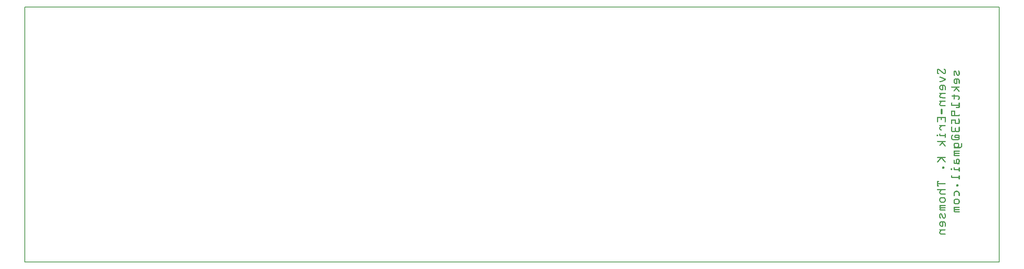
<source format=gbo>
G04 MADE WITH FRITZING*
G04 WWW.FRITZING.ORG*
G04 DOUBLE SIDED*
G04 HOLES PLATED*
G04 CONTOUR ON CENTER OF CONTOUR VECTOR*
%ASAXBY*%
%FSLAX23Y23*%
%MOIN*%
%OFA0B0*%
%SFA1.0B1.0*%
%ADD10R,8.779540X2.307090X8.763540X2.291090*%
%ADD11C,0.008000*%
%ADD12R,0.001000X0.001000*%
%LNSILK0*%
G90*
G70*
G54D11*
X4Y2303D02*
X8776Y2303D01*
X8776Y4D01*
X4Y4D01*
X4Y2303D01*
D02*
G54D12*
X8225Y1746D02*
X8232Y1746D01*
X8280Y1746D02*
X8285Y1746D01*
X8223Y1745D02*
X8234Y1745D01*
X8278Y1745D02*
X8288Y1745D01*
X8222Y1744D02*
X8236Y1744D01*
X8278Y1744D02*
X8289Y1744D01*
X8221Y1743D02*
X8237Y1743D01*
X8277Y1743D02*
X8290Y1743D01*
X8220Y1742D02*
X8238Y1742D01*
X8277Y1742D02*
X8291Y1742D01*
X8219Y1741D02*
X8239Y1741D01*
X8277Y1741D02*
X8292Y1741D01*
X8219Y1740D02*
X8241Y1740D01*
X8277Y1740D02*
X8293Y1740D01*
X8218Y1739D02*
X8242Y1739D01*
X8278Y1739D02*
X8293Y1739D01*
X8218Y1738D02*
X8243Y1738D01*
X8279Y1738D02*
X8294Y1738D01*
X8218Y1737D02*
X8245Y1737D01*
X8280Y1737D02*
X8294Y1737D01*
X8218Y1736D02*
X8227Y1736D01*
X8230Y1736D02*
X8246Y1736D01*
X8284Y1736D02*
X8294Y1736D01*
X8218Y1735D02*
X8227Y1735D01*
X8232Y1735D02*
X8247Y1735D01*
X8285Y1735D02*
X8295Y1735D01*
X8218Y1734D02*
X8227Y1734D01*
X8233Y1734D02*
X8248Y1734D01*
X8285Y1734D02*
X8295Y1734D01*
X8218Y1733D02*
X8227Y1733D01*
X8234Y1733D02*
X8250Y1733D01*
X8286Y1733D02*
X8295Y1733D01*
X8218Y1732D02*
X8227Y1732D01*
X8235Y1732D02*
X8251Y1732D01*
X8286Y1732D02*
X8295Y1732D01*
X8218Y1731D02*
X8227Y1731D01*
X8237Y1731D02*
X8252Y1731D01*
X8286Y1731D02*
X8295Y1731D01*
X8411Y1731D02*
X8414Y1731D01*
X8218Y1730D02*
X8227Y1730D01*
X8238Y1730D02*
X8254Y1730D01*
X8286Y1730D02*
X8295Y1730D01*
X8376Y1730D02*
X8380Y1730D01*
X8410Y1730D02*
X8416Y1730D01*
X8218Y1729D02*
X8227Y1729D01*
X8239Y1729D02*
X8255Y1729D01*
X8286Y1729D02*
X8295Y1729D01*
X8373Y1729D02*
X8383Y1729D01*
X8409Y1729D02*
X8417Y1729D01*
X8218Y1728D02*
X8227Y1728D01*
X8241Y1728D02*
X8256Y1728D01*
X8286Y1728D02*
X8295Y1728D01*
X8371Y1728D02*
X8385Y1728D01*
X8409Y1728D02*
X8417Y1728D01*
X8218Y1727D02*
X8227Y1727D01*
X8242Y1727D02*
X8258Y1727D01*
X8286Y1727D02*
X8295Y1727D01*
X8370Y1727D02*
X8386Y1727D01*
X8408Y1727D02*
X8418Y1727D01*
X8218Y1726D02*
X8227Y1726D01*
X8243Y1726D02*
X8259Y1726D01*
X8286Y1726D02*
X8295Y1726D01*
X8369Y1726D02*
X8387Y1726D01*
X8408Y1726D02*
X8419Y1726D01*
X8218Y1725D02*
X8227Y1725D01*
X8244Y1725D02*
X8260Y1725D01*
X8286Y1725D02*
X8295Y1725D01*
X8368Y1725D02*
X8388Y1725D01*
X8409Y1725D02*
X8419Y1725D01*
X8218Y1724D02*
X8227Y1724D01*
X8246Y1724D02*
X8261Y1724D01*
X8286Y1724D02*
X8295Y1724D01*
X8368Y1724D02*
X8389Y1724D01*
X8409Y1724D02*
X8420Y1724D01*
X8218Y1723D02*
X8227Y1723D01*
X8247Y1723D02*
X8263Y1723D01*
X8286Y1723D02*
X8295Y1723D01*
X8367Y1723D02*
X8389Y1723D01*
X8410Y1723D02*
X8420Y1723D01*
X8218Y1722D02*
X8227Y1722D01*
X8248Y1722D02*
X8264Y1722D01*
X8286Y1722D02*
X8295Y1722D01*
X8367Y1722D02*
X8390Y1722D01*
X8410Y1722D02*
X8421Y1722D01*
X8218Y1721D02*
X8227Y1721D01*
X8250Y1721D02*
X8265Y1721D01*
X8286Y1721D02*
X8295Y1721D01*
X8366Y1721D02*
X8390Y1721D01*
X8411Y1721D02*
X8421Y1721D01*
X8218Y1720D02*
X8227Y1720D01*
X8251Y1720D02*
X8267Y1720D01*
X8286Y1720D02*
X8295Y1720D01*
X8366Y1720D02*
X8377Y1720D01*
X8380Y1720D02*
X8391Y1720D01*
X8411Y1720D02*
X8421Y1720D01*
X8218Y1719D02*
X8227Y1719D01*
X8252Y1719D02*
X8268Y1719D01*
X8286Y1719D02*
X8295Y1719D01*
X8366Y1719D02*
X8375Y1719D01*
X8381Y1719D02*
X8391Y1719D01*
X8412Y1719D02*
X8421Y1719D01*
X8218Y1718D02*
X8227Y1718D01*
X8253Y1718D02*
X8269Y1718D01*
X8286Y1718D02*
X8295Y1718D01*
X8366Y1718D02*
X8375Y1718D01*
X8381Y1718D02*
X8391Y1718D01*
X8412Y1718D02*
X8421Y1718D01*
X8218Y1717D02*
X8227Y1717D01*
X8255Y1717D02*
X8270Y1717D01*
X8286Y1717D02*
X8295Y1717D01*
X8366Y1717D02*
X8375Y1717D01*
X8382Y1717D02*
X8392Y1717D01*
X8412Y1717D02*
X8421Y1717D01*
X8218Y1716D02*
X8227Y1716D01*
X8256Y1716D02*
X8272Y1716D01*
X8286Y1716D02*
X8295Y1716D01*
X8366Y1716D02*
X8375Y1716D01*
X8382Y1716D02*
X8392Y1716D01*
X8412Y1716D02*
X8422Y1716D01*
X8218Y1715D02*
X8227Y1715D01*
X8257Y1715D02*
X8273Y1715D01*
X8286Y1715D02*
X8295Y1715D01*
X8366Y1715D02*
X8375Y1715D01*
X8383Y1715D02*
X8393Y1715D01*
X8412Y1715D02*
X8422Y1715D01*
X8218Y1714D02*
X8227Y1714D01*
X8259Y1714D02*
X8274Y1714D01*
X8286Y1714D02*
X8295Y1714D01*
X8366Y1714D02*
X8375Y1714D01*
X8383Y1714D02*
X8393Y1714D01*
X8412Y1714D02*
X8422Y1714D01*
X8218Y1713D02*
X8227Y1713D01*
X8260Y1713D02*
X8276Y1713D01*
X8286Y1713D02*
X8295Y1713D01*
X8366Y1713D02*
X8375Y1713D01*
X8384Y1713D02*
X8394Y1713D01*
X8412Y1713D02*
X8422Y1713D01*
X8218Y1712D02*
X8227Y1712D01*
X8261Y1712D02*
X8277Y1712D01*
X8286Y1712D02*
X8295Y1712D01*
X8366Y1712D02*
X8375Y1712D01*
X8384Y1712D02*
X8394Y1712D01*
X8412Y1712D02*
X8422Y1712D01*
X8218Y1711D02*
X8227Y1711D01*
X8262Y1711D02*
X8278Y1711D01*
X8286Y1711D02*
X8295Y1711D01*
X8366Y1711D02*
X8375Y1711D01*
X8384Y1711D02*
X8394Y1711D01*
X8412Y1711D02*
X8422Y1711D01*
X8218Y1710D02*
X8227Y1710D01*
X8264Y1710D02*
X8279Y1710D01*
X8286Y1710D02*
X8295Y1710D01*
X8366Y1710D02*
X8375Y1710D01*
X8385Y1710D02*
X8395Y1710D01*
X8412Y1710D02*
X8422Y1710D01*
X8218Y1709D02*
X8227Y1709D01*
X8265Y1709D02*
X8281Y1709D01*
X8286Y1709D02*
X8295Y1709D01*
X8366Y1709D02*
X8375Y1709D01*
X8385Y1709D02*
X8395Y1709D01*
X8412Y1709D02*
X8422Y1709D01*
X8218Y1708D02*
X8228Y1708D01*
X8266Y1708D02*
X8282Y1708D01*
X8285Y1708D02*
X8295Y1708D01*
X8366Y1708D02*
X8375Y1708D01*
X8386Y1708D02*
X8396Y1708D01*
X8412Y1708D02*
X8422Y1708D01*
X8218Y1707D02*
X8230Y1707D01*
X8268Y1707D02*
X8295Y1707D01*
X8366Y1707D02*
X8375Y1707D01*
X8386Y1707D02*
X8396Y1707D01*
X8412Y1707D02*
X8422Y1707D01*
X8218Y1706D02*
X8233Y1706D01*
X8269Y1706D02*
X8294Y1706D01*
X8366Y1706D02*
X8375Y1706D01*
X8387Y1706D02*
X8397Y1706D01*
X8412Y1706D02*
X8422Y1706D01*
X8219Y1705D02*
X8234Y1705D01*
X8270Y1705D02*
X8294Y1705D01*
X8366Y1705D02*
X8375Y1705D01*
X8387Y1705D02*
X8397Y1705D01*
X8412Y1705D02*
X8422Y1705D01*
X8219Y1704D02*
X8235Y1704D01*
X8271Y1704D02*
X8294Y1704D01*
X8366Y1704D02*
X8375Y1704D01*
X8387Y1704D02*
X8397Y1704D01*
X8412Y1704D02*
X8422Y1704D01*
X8220Y1703D02*
X8235Y1703D01*
X8273Y1703D02*
X8293Y1703D01*
X8366Y1703D02*
X8375Y1703D01*
X8388Y1703D02*
X8398Y1703D01*
X8412Y1703D02*
X8422Y1703D01*
X8221Y1702D02*
X8235Y1702D01*
X8274Y1702D02*
X8293Y1702D01*
X8366Y1702D02*
X8375Y1702D01*
X8388Y1702D02*
X8398Y1702D01*
X8412Y1702D02*
X8422Y1702D01*
X8222Y1701D02*
X8235Y1701D01*
X8275Y1701D02*
X8292Y1701D01*
X8366Y1701D02*
X8375Y1701D01*
X8389Y1701D02*
X8399Y1701D01*
X8412Y1701D02*
X8422Y1701D01*
X8223Y1700D02*
X8235Y1700D01*
X8277Y1700D02*
X8291Y1700D01*
X8366Y1700D02*
X8375Y1700D01*
X8389Y1700D02*
X8399Y1700D01*
X8412Y1700D02*
X8422Y1700D01*
X8224Y1699D02*
X8234Y1699D01*
X8278Y1699D02*
X8290Y1699D01*
X8366Y1699D02*
X8375Y1699D01*
X8390Y1699D02*
X8400Y1699D01*
X8412Y1699D02*
X8422Y1699D01*
X8226Y1698D02*
X8233Y1698D01*
X8280Y1698D02*
X8288Y1698D01*
X8366Y1698D02*
X8375Y1698D01*
X8390Y1698D02*
X8400Y1698D01*
X8412Y1698D02*
X8422Y1698D01*
X8230Y1697D02*
X8231Y1697D01*
X8366Y1697D02*
X8375Y1697D01*
X8391Y1697D02*
X8400Y1697D01*
X8412Y1697D02*
X8422Y1697D01*
X8366Y1696D02*
X8375Y1696D01*
X8391Y1696D02*
X8401Y1696D01*
X8412Y1696D02*
X8421Y1696D01*
X8366Y1695D02*
X8375Y1695D01*
X8391Y1695D02*
X8401Y1695D01*
X8412Y1695D02*
X8421Y1695D01*
X8366Y1694D02*
X8375Y1694D01*
X8392Y1694D02*
X8402Y1694D01*
X8411Y1694D02*
X8421Y1694D01*
X8366Y1693D02*
X8376Y1693D01*
X8392Y1693D02*
X8403Y1693D01*
X8410Y1693D02*
X8421Y1693D01*
X8366Y1692D02*
X8377Y1692D01*
X8393Y1692D02*
X8421Y1692D01*
X8367Y1691D02*
X8378Y1691D01*
X8393Y1691D02*
X8420Y1691D01*
X8367Y1690D02*
X8378Y1690D01*
X8394Y1690D02*
X8420Y1690D01*
X8367Y1689D02*
X8379Y1689D01*
X8394Y1689D02*
X8419Y1689D01*
X8368Y1688D02*
X8379Y1688D01*
X8395Y1688D02*
X8419Y1688D01*
X8369Y1687D02*
X8379Y1687D01*
X8396Y1687D02*
X8418Y1687D01*
X8370Y1686D02*
X8379Y1686D01*
X8397Y1686D02*
X8417Y1686D01*
X8371Y1685D02*
X8378Y1685D01*
X8398Y1685D02*
X8416Y1685D01*
X8372Y1684D02*
X8377Y1684D01*
X8399Y1684D02*
X8414Y1684D01*
X8373Y1683D02*
X8376Y1683D01*
X8401Y1683D02*
X8412Y1683D01*
X8405Y1682D02*
X8409Y1682D01*
X8242Y1674D02*
X8253Y1674D01*
X8241Y1673D02*
X8256Y1673D01*
X8240Y1672D02*
X8258Y1672D01*
X8239Y1671D02*
X8260Y1671D01*
X8239Y1670D02*
X8263Y1670D01*
X8239Y1669D02*
X8265Y1669D01*
X8239Y1668D02*
X8267Y1668D01*
X8240Y1667D02*
X8270Y1667D01*
X8240Y1666D02*
X8272Y1666D01*
X8242Y1665D02*
X8274Y1665D01*
X8252Y1664D02*
X8276Y1664D01*
X8254Y1663D02*
X8279Y1663D01*
X8257Y1662D02*
X8281Y1662D01*
X8259Y1661D02*
X8283Y1661D01*
X8261Y1660D02*
X8286Y1660D01*
X8264Y1659D02*
X8288Y1659D01*
X8383Y1659D02*
X8405Y1659D01*
X8266Y1658D02*
X8290Y1658D01*
X8379Y1658D02*
X8409Y1658D01*
X8268Y1657D02*
X8292Y1657D01*
X8377Y1657D02*
X8411Y1657D01*
X8271Y1656D02*
X8293Y1656D01*
X8375Y1656D02*
X8413Y1656D01*
X8273Y1655D02*
X8294Y1655D01*
X8374Y1655D02*
X8414Y1655D01*
X8275Y1654D02*
X8295Y1654D01*
X8373Y1654D02*
X8415Y1654D01*
X8277Y1653D02*
X8295Y1653D01*
X8372Y1653D02*
X8416Y1653D01*
X8280Y1652D02*
X8295Y1652D01*
X8371Y1652D02*
X8417Y1652D01*
X8282Y1651D02*
X8295Y1651D01*
X8370Y1651D02*
X8417Y1651D01*
X8284Y1650D02*
X8295Y1650D01*
X8369Y1650D02*
X8418Y1650D01*
X8284Y1649D02*
X8295Y1649D01*
X8368Y1649D02*
X8419Y1649D01*
X8282Y1648D02*
X8295Y1648D01*
X8368Y1648D02*
X8380Y1648D01*
X8391Y1648D02*
X8400Y1648D01*
X8407Y1648D02*
X8420Y1648D01*
X8279Y1647D02*
X8295Y1647D01*
X8367Y1647D02*
X8379Y1647D01*
X8391Y1647D02*
X8400Y1647D01*
X8409Y1647D02*
X8420Y1647D01*
X8277Y1646D02*
X8295Y1646D01*
X8367Y1646D02*
X8378Y1646D01*
X8391Y1646D02*
X8400Y1646D01*
X8409Y1646D02*
X8421Y1646D01*
X8275Y1645D02*
X8294Y1645D01*
X8366Y1645D02*
X8377Y1645D01*
X8391Y1645D02*
X8400Y1645D01*
X8410Y1645D02*
X8421Y1645D01*
X8273Y1644D02*
X8294Y1644D01*
X8366Y1644D02*
X8376Y1644D01*
X8391Y1644D02*
X8400Y1644D01*
X8411Y1644D02*
X8421Y1644D01*
X8270Y1643D02*
X8293Y1643D01*
X8366Y1643D02*
X8376Y1643D01*
X8391Y1643D02*
X8400Y1643D01*
X8412Y1643D02*
X8421Y1643D01*
X8268Y1642D02*
X8292Y1642D01*
X8366Y1642D02*
X8375Y1642D01*
X8391Y1642D02*
X8400Y1642D01*
X8412Y1642D02*
X8422Y1642D01*
X8266Y1641D02*
X8290Y1641D01*
X8366Y1641D02*
X8375Y1641D01*
X8391Y1641D02*
X8400Y1641D01*
X8412Y1641D02*
X8422Y1641D01*
X8263Y1640D02*
X8288Y1640D01*
X8366Y1640D02*
X8375Y1640D01*
X8391Y1640D02*
X8400Y1640D01*
X8412Y1640D02*
X8422Y1640D01*
X8261Y1639D02*
X8285Y1639D01*
X8366Y1639D02*
X8375Y1639D01*
X8391Y1639D02*
X8400Y1639D01*
X8412Y1639D02*
X8422Y1639D01*
X8259Y1638D02*
X8283Y1638D01*
X8366Y1638D02*
X8375Y1638D01*
X8391Y1638D02*
X8400Y1638D01*
X8412Y1638D02*
X8422Y1638D01*
X8257Y1637D02*
X8281Y1637D01*
X8366Y1637D02*
X8375Y1637D01*
X8391Y1637D02*
X8400Y1637D01*
X8412Y1637D02*
X8422Y1637D01*
X8254Y1636D02*
X8278Y1636D01*
X8366Y1636D02*
X8375Y1636D01*
X8391Y1636D02*
X8400Y1636D01*
X8412Y1636D02*
X8422Y1636D01*
X8252Y1635D02*
X8276Y1635D01*
X8366Y1635D02*
X8375Y1635D01*
X8391Y1635D02*
X8400Y1635D01*
X8412Y1635D02*
X8422Y1635D01*
X8242Y1634D02*
X8274Y1634D01*
X8366Y1634D02*
X8375Y1634D01*
X8391Y1634D02*
X8400Y1634D01*
X8412Y1634D02*
X8422Y1634D01*
X8240Y1633D02*
X8272Y1633D01*
X8366Y1633D02*
X8375Y1633D01*
X8391Y1633D02*
X8400Y1633D01*
X8412Y1633D02*
X8422Y1633D01*
X8240Y1632D02*
X8269Y1632D01*
X8366Y1632D02*
X8375Y1632D01*
X8391Y1632D02*
X8400Y1632D01*
X8412Y1632D02*
X8422Y1632D01*
X8239Y1631D02*
X8267Y1631D01*
X8366Y1631D02*
X8375Y1631D01*
X8391Y1631D02*
X8400Y1631D01*
X8412Y1631D02*
X8422Y1631D01*
X8239Y1630D02*
X8265Y1630D01*
X8366Y1630D02*
X8375Y1630D01*
X8391Y1630D02*
X8400Y1630D01*
X8412Y1630D02*
X8422Y1630D01*
X8239Y1629D02*
X8262Y1629D01*
X8366Y1629D02*
X8375Y1629D01*
X8391Y1629D02*
X8400Y1629D01*
X8412Y1629D02*
X8422Y1629D01*
X8239Y1628D02*
X8260Y1628D01*
X8366Y1628D02*
X8375Y1628D01*
X8391Y1628D02*
X8400Y1628D01*
X8412Y1628D02*
X8422Y1628D01*
X8240Y1627D02*
X8258Y1627D01*
X8366Y1627D02*
X8375Y1627D01*
X8391Y1627D02*
X8400Y1627D01*
X8412Y1627D02*
X8422Y1627D01*
X8241Y1626D02*
X8256Y1626D01*
X8366Y1626D02*
X8375Y1626D01*
X8391Y1626D02*
X8400Y1626D01*
X8412Y1626D02*
X8422Y1626D01*
X8242Y1625D02*
X8253Y1625D01*
X8366Y1625D02*
X8376Y1625D01*
X8391Y1625D02*
X8400Y1625D01*
X8412Y1625D02*
X8422Y1625D01*
X8366Y1624D02*
X8376Y1624D01*
X8391Y1624D02*
X8400Y1624D01*
X8412Y1624D02*
X8422Y1624D01*
X8367Y1623D02*
X8377Y1623D01*
X8391Y1623D02*
X8400Y1623D01*
X8412Y1623D02*
X8422Y1623D01*
X8367Y1622D02*
X8378Y1622D01*
X8391Y1622D02*
X8400Y1622D01*
X8412Y1622D02*
X8422Y1622D01*
X8368Y1621D02*
X8379Y1621D01*
X8391Y1621D02*
X8400Y1621D01*
X8412Y1621D02*
X8422Y1621D01*
X8368Y1620D02*
X8381Y1620D01*
X8391Y1620D02*
X8400Y1620D01*
X8412Y1620D02*
X8422Y1620D01*
X8369Y1619D02*
X8400Y1619D01*
X8412Y1619D02*
X8422Y1619D01*
X8370Y1618D02*
X8400Y1618D01*
X8412Y1618D02*
X8422Y1618D01*
X8370Y1617D02*
X8400Y1617D01*
X8412Y1617D02*
X8422Y1617D01*
X8371Y1616D02*
X8400Y1616D01*
X8412Y1616D02*
X8422Y1616D01*
X8372Y1615D02*
X8400Y1615D01*
X8412Y1615D02*
X8422Y1615D01*
X8373Y1614D02*
X8400Y1614D01*
X8413Y1614D02*
X8421Y1614D01*
X8374Y1613D02*
X8400Y1613D01*
X8413Y1613D02*
X8421Y1613D01*
X8375Y1612D02*
X8400Y1612D01*
X8413Y1612D02*
X8421Y1612D01*
X8377Y1611D02*
X8399Y1611D01*
X8414Y1611D02*
X8420Y1611D01*
X8380Y1610D02*
X8398Y1610D01*
X8415Y1610D02*
X8419Y1610D01*
X8256Y1602D02*
X8278Y1602D01*
X8252Y1601D02*
X8282Y1601D01*
X8250Y1600D02*
X8284Y1600D01*
X8248Y1599D02*
X8286Y1599D01*
X8247Y1598D02*
X8287Y1598D01*
X8246Y1597D02*
X8288Y1597D01*
X8245Y1596D02*
X8289Y1596D01*
X8244Y1595D02*
X8290Y1595D01*
X8243Y1594D02*
X8291Y1594D01*
X8242Y1593D02*
X8291Y1593D01*
X8242Y1592D02*
X8292Y1592D01*
X8241Y1591D02*
X8253Y1591D01*
X8264Y1591D02*
X8273Y1591D01*
X8280Y1591D02*
X8293Y1591D01*
X8240Y1590D02*
X8252Y1590D01*
X8264Y1590D02*
X8273Y1590D01*
X8282Y1590D02*
X8293Y1590D01*
X8240Y1589D02*
X8251Y1589D01*
X8264Y1589D02*
X8273Y1589D01*
X8283Y1589D02*
X8294Y1589D01*
X8240Y1588D02*
X8250Y1588D01*
X8264Y1588D02*
X8273Y1588D01*
X8283Y1588D02*
X8294Y1588D01*
X8239Y1587D02*
X8249Y1587D01*
X8264Y1587D02*
X8273Y1587D01*
X8284Y1587D02*
X8294Y1587D01*
X8239Y1586D02*
X8249Y1586D01*
X8264Y1586D02*
X8273Y1586D01*
X8285Y1586D02*
X8294Y1586D01*
X8347Y1586D02*
X8419Y1586D01*
X8239Y1585D02*
X8248Y1585D01*
X8264Y1585D02*
X8273Y1585D01*
X8285Y1585D02*
X8295Y1585D01*
X8346Y1585D02*
X8420Y1585D01*
X8239Y1584D02*
X8248Y1584D01*
X8264Y1584D02*
X8273Y1584D01*
X8286Y1584D02*
X8295Y1584D01*
X8345Y1584D02*
X8421Y1584D01*
X8239Y1583D02*
X8248Y1583D01*
X8264Y1583D02*
X8273Y1583D01*
X8286Y1583D02*
X8295Y1583D01*
X8345Y1583D02*
X8421Y1583D01*
X8239Y1582D02*
X8248Y1582D01*
X8264Y1582D02*
X8273Y1582D01*
X8286Y1582D02*
X8295Y1582D01*
X8345Y1582D02*
X8422Y1582D01*
X8239Y1581D02*
X8248Y1581D01*
X8264Y1581D02*
X8273Y1581D01*
X8286Y1581D02*
X8295Y1581D01*
X8345Y1581D02*
X8421Y1581D01*
X8239Y1580D02*
X8248Y1580D01*
X8264Y1580D02*
X8273Y1580D01*
X8286Y1580D02*
X8295Y1580D01*
X8345Y1580D02*
X8421Y1580D01*
X8239Y1579D02*
X8248Y1579D01*
X8264Y1579D02*
X8273Y1579D01*
X8286Y1579D02*
X8295Y1579D01*
X8346Y1579D02*
X8421Y1579D01*
X8239Y1578D02*
X8248Y1578D01*
X8264Y1578D02*
X8273Y1578D01*
X8286Y1578D02*
X8295Y1578D01*
X8346Y1578D02*
X8420Y1578D01*
X8239Y1577D02*
X8248Y1577D01*
X8264Y1577D02*
X8273Y1577D01*
X8286Y1577D02*
X8295Y1577D01*
X8348Y1577D02*
X8418Y1577D01*
X8239Y1576D02*
X8248Y1576D01*
X8264Y1576D02*
X8273Y1576D01*
X8286Y1576D02*
X8295Y1576D01*
X8389Y1576D02*
X8401Y1576D01*
X8239Y1575D02*
X8248Y1575D01*
X8264Y1575D02*
X8273Y1575D01*
X8286Y1575D02*
X8295Y1575D01*
X8388Y1575D02*
X8400Y1575D01*
X8239Y1574D02*
X8248Y1574D01*
X8264Y1574D02*
X8273Y1574D01*
X8286Y1574D02*
X8295Y1574D01*
X8387Y1574D02*
X8400Y1574D01*
X8239Y1573D02*
X8248Y1573D01*
X8264Y1573D02*
X8273Y1573D01*
X8286Y1573D02*
X8295Y1573D01*
X8386Y1573D02*
X8399Y1573D01*
X8239Y1572D02*
X8248Y1572D01*
X8264Y1572D02*
X8273Y1572D01*
X8286Y1572D02*
X8295Y1572D01*
X8385Y1572D02*
X8398Y1572D01*
X8239Y1571D02*
X8248Y1571D01*
X8264Y1571D02*
X8273Y1571D01*
X8286Y1571D02*
X8295Y1571D01*
X8385Y1571D02*
X8398Y1571D01*
X8239Y1570D02*
X8248Y1570D01*
X8264Y1570D02*
X8273Y1570D01*
X8286Y1570D02*
X8295Y1570D01*
X8384Y1570D02*
X8399Y1570D01*
X8239Y1569D02*
X8248Y1569D01*
X8264Y1569D02*
X8273Y1569D01*
X8286Y1569D02*
X8295Y1569D01*
X8383Y1569D02*
X8400Y1569D01*
X8239Y1568D02*
X8249Y1568D01*
X8264Y1568D02*
X8273Y1568D01*
X8286Y1568D02*
X8295Y1568D01*
X8382Y1568D02*
X8401Y1568D01*
X8239Y1567D02*
X8250Y1567D01*
X8264Y1567D02*
X8273Y1567D01*
X8286Y1567D02*
X8295Y1567D01*
X8381Y1567D02*
X8402Y1567D01*
X8240Y1566D02*
X8250Y1566D01*
X8264Y1566D02*
X8273Y1566D01*
X8286Y1566D02*
X8295Y1566D01*
X8380Y1566D02*
X8403Y1566D01*
X8240Y1565D02*
X8251Y1565D01*
X8264Y1565D02*
X8273Y1565D01*
X8286Y1565D02*
X8295Y1565D01*
X8379Y1565D02*
X8404Y1565D01*
X8241Y1564D02*
X8252Y1564D01*
X8264Y1564D02*
X8273Y1564D01*
X8286Y1564D02*
X8295Y1564D01*
X8379Y1564D02*
X8404Y1564D01*
X8241Y1563D02*
X8254Y1563D01*
X8264Y1563D02*
X8273Y1563D01*
X8286Y1563D02*
X8295Y1563D01*
X8378Y1563D02*
X8390Y1563D01*
X8393Y1563D02*
X8405Y1563D01*
X8242Y1562D02*
X8273Y1562D01*
X8286Y1562D02*
X8295Y1562D01*
X8377Y1562D02*
X8389Y1562D01*
X8394Y1562D02*
X8406Y1562D01*
X8243Y1561D02*
X8273Y1561D01*
X8286Y1561D02*
X8295Y1561D01*
X8376Y1561D02*
X8388Y1561D01*
X8395Y1561D02*
X8407Y1561D01*
X8244Y1560D02*
X8273Y1560D01*
X8286Y1560D02*
X8295Y1560D01*
X8375Y1560D02*
X8388Y1560D01*
X8396Y1560D02*
X8408Y1560D01*
X8244Y1559D02*
X8273Y1559D01*
X8286Y1559D02*
X8295Y1559D01*
X8374Y1559D02*
X8387Y1559D01*
X8396Y1559D02*
X8409Y1559D01*
X8245Y1558D02*
X8273Y1558D01*
X8286Y1558D02*
X8295Y1558D01*
X8374Y1558D02*
X8386Y1558D01*
X8397Y1558D02*
X8410Y1558D01*
X8246Y1557D02*
X8273Y1557D01*
X8286Y1557D02*
X8295Y1557D01*
X8373Y1557D02*
X8385Y1557D01*
X8398Y1557D02*
X8410Y1557D01*
X8247Y1556D02*
X8273Y1556D01*
X8286Y1556D02*
X8294Y1556D01*
X8372Y1556D02*
X8384Y1556D01*
X8399Y1556D02*
X8411Y1556D01*
X8249Y1555D02*
X8273Y1555D01*
X8286Y1555D02*
X8294Y1555D01*
X8371Y1555D02*
X8383Y1555D01*
X8400Y1555D02*
X8412Y1555D01*
X8250Y1554D02*
X8272Y1554D01*
X8287Y1554D02*
X8293Y1554D01*
X8370Y1554D02*
X8382Y1554D01*
X8401Y1554D02*
X8413Y1554D01*
X8253Y1553D02*
X8271Y1553D01*
X8288Y1553D02*
X8292Y1553D01*
X8369Y1553D02*
X8382Y1553D01*
X8402Y1553D02*
X8414Y1553D01*
X8368Y1552D02*
X8381Y1552D01*
X8402Y1552D02*
X8415Y1552D01*
X8368Y1551D02*
X8380Y1551D01*
X8403Y1551D02*
X8416Y1551D01*
X8367Y1550D02*
X8379Y1550D01*
X8404Y1550D02*
X8416Y1550D01*
X8366Y1549D02*
X8378Y1549D01*
X8405Y1549D02*
X8417Y1549D01*
X8366Y1548D02*
X8377Y1548D01*
X8406Y1548D02*
X8418Y1548D01*
X8366Y1547D02*
X8376Y1547D01*
X8407Y1547D02*
X8419Y1547D01*
X8366Y1546D02*
X8376Y1546D01*
X8408Y1546D02*
X8420Y1546D01*
X8366Y1545D02*
X8375Y1545D01*
X8408Y1545D02*
X8421Y1545D01*
X8367Y1544D02*
X8374Y1544D01*
X8409Y1544D02*
X8421Y1544D01*
X8368Y1543D02*
X8373Y1543D01*
X8410Y1543D02*
X8421Y1543D01*
X8411Y1542D02*
X8422Y1542D01*
X8412Y1541D02*
X8421Y1541D01*
X8413Y1540D02*
X8421Y1540D01*
X8414Y1539D02*
X8420Y1539D01*
X8415Y1538D02*
X8419Y1538D01*
X8241Y1529D02*
X8292Y1529D01*
X8240Y1528D02*
X8293Y1528D01*
X8239Y1527D02*
X8294Y1527D01*
X8239Y1526D02*
X8294Y1526D01*
X8239Y1525D02*
X8295Y1525D01*
X8239Y1524D02*
X8295Y1524D01*
X8239Y1523D02*
X8294Y1523D01*
X8240Y1522D02*
X8294Y1522D01*
X8241Y1521D02*
X8293Y1521D01*
X8243Y1520D02*
X8291Y1520D01*
X8247Y1519D02*
X8258Y1519D01*
X8246Y1518D02*
X8257Y1518D01*
X8246Y1517D02*
X8257Y1517D01*
X8245Y1516D02*
X8256Y1516D01*
X8244Y1515D02*
X8255Y1515D01*
X8244Y1514D02*
X8255Y1514D01*
X8369Y1514D02*
X8372Y1514D01*
X8243Y1513D02*
X8254Y1513D01*
X8367Y1513D02*
X8373Y1513D01*
X8242Y1512D02*
X8254Y1512D01*
X8367Y1512D02*
X8374Y1512D01*
X8242Y1511D02*
X8253Y1511D01*
X8366Y1511D02*
X8375Y1511D01*
X8241Y1510D02*
X8252Y1510D01*
X8366Y1510D02*
X8375Y1510D01*
X8241Y1509D02*
X8252Y1509D01*
X8366Y1509D02*
X8375Y1509D01*
X8240Y1508D02*
X8251Y1508D01*
X8366Y1508D02*
X8375Y1508D01*
X8240Y1507D02*
X8250Y1507D01*
X8366Y1507D02*
X8375Y1507D01*
X8239Y1506D02*
X8250Y1506D01*
X8366Y1506D02*
X8375Y1506D01*
X8239Y1505D02*
X8249Y1505D01*
X8366Y1505D02*
X8375Y1505D01*
X8239Y1504D02*
X8248Y1504D01*
X8352Y1504D02*
X8411Y1504D01*
X8239Y1503D02*
X8248Y1503D01*
X8350Y1503D02*
X8413Y1503D01*
X8239Y1502D02*
X8248Y1502D01*
X8349Y1502D02*
X8415Y1502D01*
X8239Y1501D02*
X8248Y1501D01*
X8349Y1501D02*
X8416Y1501D01*
X8239Y1500D02*
X8248Y1500D01*
X8349Y1500D02*
X8417Y1500D01*
X8239Y1499D02*
X8248Y1499D01*
X8349Y1499D02*
X8418Y1499D01*
X8239Y1498D02*
X8248Y1498D01*
X8349Y1498D02*
X8419Y1498D01*
X8239Y1497D02*
X8248Y1497D01*
X8350Y1497D02*
X8420Y1497D01*
X8239Y1496D02*
X8248Y1496D01*
X8350Y1496D02*
X8420Y1496D01*
X8239Y1495D02*
X8248Y1495D01*
X8352Y1495D02*
X8421Y1495D01*
X8239Y1494D02*
X8249Y1494D01*
X8366Y1494D02*
X8375Y1494D01*
X8410Y1494D02*
X8421Y1494D01*
X8239Y1493D02*
X8249Y1493D01*
X8366Y1493D02*
X8375Y1493D01*
X8411Y1493D02*
X8421Y1493D01*
X8240Y1492D02*
X8251Y1492D01*
X8366Y1492D02*
X8375Y1492D01*
X8412Y1492D02*
X8421Y1492D01*
X8240Y1491D02*
X8265Y1491D01*
X8366Y1491D02*
X8375Y1491D01*
X8412Y1491D02*
X8421Y1491D01*
X8240Y1490D02*
X8290Y1490D01*
X8366Y1490D02*
X8375Y1490D01*
X8412Y1490D02*
X8422Y1490D01*
X8241Y1489D02*
X8293Y1489D01*
X8366Y1489D02*
X8375Y1489D01*
X8412Y1489D02*
X8422Y1489D01*
X8241Y1488D02*
X8294Y1488D01*
X8366Y1488D02*
X8375Y1488D01*
X8412Y1488D02*
X8422Y1488D01*
X8242Y1487D02*
X8294Y1487D01*
X8366Y1487D02*
X8375Y1487D01*
X8412Y1487D02*
X8422Y1487D01*
X8243Y1486D02*
X8295Y1486D01*
X8366Y1486D02*
X8375Y1486D01*
X8412Y1486D02*
X8422Y1486D01*
X8244Y1485D02*
X8295Y1485D01*
X8366Y1485D02*
X8375Y1485D01*
X8412Y1485D02*
X8422Y1485D01*
X8245Y1484D02*
X8294Y1484D01*
X8366Y1484D02*
X8375Y1484D01*
X8412Y1484D02*
X8422Y1484D01*
X8247Y1483D02*
X8294Y1483D01*
X8366Y1483D02*
X8375Y1483D01*
X8412Y1483D02*
X8422Y1483D01*
X8249Y1482D02*
X8293Y1482D01*
X8366Y1482D02*
X8375Y1482D01*
X8412Y1482D02*
X8422Y1482D01*
X8264Y1481D02*
X8292Y1481D01*
X8366Y1481D02*
X8375Y1481D01*
X8412Y1481D02*
X8422Y1481D01*
X8366Y1480D02*
X8375Y1480D01*
X8412Y1480D02*
X8422Y1480D01*
X8366Y1479D02*
X8375Y1479D01*
X8412Y1479D02*
X8422Y1479D01*
X8366Y1478D02*
X8375Y1478D01*
X8412Y1478D02*
X8421Y1478D01*
X8366Y1477D02*
X8375Y1477D01*
X8412Y1477D02*
X8421Y1477D01*
X8366Y1476D02*
X8375Y1476D01*
X8411Y1476D02*
X8421Y1476D01*
X8366Y1475D02*
X8375Y1475D01*
X8409Y1475D02*
X8421Y1475D01*
X8366Y1474D02*
X8375Y1474D01*
X8407Y1474D02*
X8420Y1474D01*
X8366Y1473D02*
X8375Y1473D01*
X8405Y1473D02*
X8420Y1473D01*
X8367Y1472D02*
X8374Y1472D01*
X8405Y1472D02*
X8419Y1472D01*
X8368Y1471D02*
X8373Y1471D01*
X8404Y1471D02*
X8419Y1471D01*
X8370Y1470D02*
X8371Y1470D01*
X8404Y1470D02*
X8418Y1470D01*
X8404Y1469D02*
X8417Y1469D01*
X8404Y1468D02*
X8416Y1468D01*
X8405Y1467D02*
X8414Y1467D01*
X8406Y1466D02*
X8413Y1466D01*
X8408Y1465D02*
X8410Y1465D01*
X8242Y1457D02*
X8292Y1457D01*
X8240Y1456D02*
X8293Y1456D01*
X8240Y1455D02*
X8294Y1455D01*
X8239Y1454D02*
X8294Y1454D01*
X8239Y1453D02*
X8295Y1453D01*
X8239Y1452D02*
X8295Y1452D01*
X8239Y1451D02*
X8294Y1451D01*
X8240Y1450D02*
X8294Y1450D01*
X8240Y1449D02*
X8293Y1449D01*
X8242Y1448D02*
X8292Y1448D01*
X8247Y1447D02*
X8258Y1447D01*
X8246Y1446D02*
X8258Y1446D01*
X8246Y1445D02*
X8257Y1445D01*
X8245Y1444D02*
X8256Y1444D01*
X8245Y1443D02*
X8256Y1443D01*
X8244Y1442D02*
X8255Y1442D01*
X8348Y1442D02*
X8350Y1442D01*
X8416Y1442D02*
X8418Y1442D01*
X8243Y1441D02*
X8254Y1441D01*
X8346Y1441D02*
X8352Y1441D01*
X8414Y1441D02*
X8420Y1441D01*
X8243Y1440D02*
X8254Y1440D01*
X8346Y1440D02*
X8353Y1440D01*
X8413Y1440D02*
X8421Y1440D01*
X8242Y1439D02*
X8253Y1439D01*
X8345Y1439D02*
X8353Y1439D01*
X8413Y1439D02*
X8421Y1439D01*
X8241Y1438D02*
X8252Y1438D01*
X8345Y1438D02*
X8354Y1438D01*
X8413Y1438D02*
X8421Y1438D01*
X8241Y1437D02*
X8252Y1437D01*
X8345Y1437D02*
X8354Y1437D01*
X8412Y1437D02*
X8422Y1437D01*
X8240Y1436D02*
X8251Y1436D01*
X8345Y1436D02*
X8354Y1436D01*
X8412Y1436D02*
X8422Y1436D01*
X8240Y1435D02*
X8250Y1435D01*
X8345Y1435D02*
X8354Y1435D01*
X8412Y1435D02*
X8422Y1435D01*
X8240Y1434D02*
X8250Y1434D01*
X8345Y1434D02*
X8354Y1434D01*
X8412Y1434D02*
X8422Y1434D01*
X8239Y1433D02*
X8249Y1433D01*
X8345Y1433D02*
X8354Y1433D01*
X8412Y1433D02*
X8422Y1433D01*
X8239Y1432D02*
X8249Y1432D01*
X8345Y1432D02*
X8354Y1432D01*
X8412Y1432D02*
X8422Y1432D01*
X8239Y1431D02*
X8248Y1431D01*
X8345Y1431D02*
X8354Y1431D01*
X8412Y1431D02*
X8422Y1431D01*
X8239Y1430D02*
X8248Y1430D01*
X8345Y1430D02*
X8354Y1430D01*
X8412Y1430D02*
X8422Y1430D01*
X8239Y1429D02*
X8248Y1429D01*
X8345Y1429D02*
X8354Y1429D01*
X8412Y1429D02*
X8422Y1429D01*
X8239Y1428D02*
X8248Y1428D01*
X8345Y1428D02*
X8354Y1428D01*
X8412Y1428D02*
X8422Y1428D01*
X8239Y1427D02*
X8248Y1427D01*
X8345Y1427D02*
X8354Y1427D01*
X8412Y1427D02*
X8422Y1427D01*
X8239Y1426D02*
X8248Y1426D01*
X8345Y1426D02*
X8354Y1426D01*
X8412Y1426D02*
X8422Y1426D01*
X8239Y1425D02*
X8248Y1425D01*
X8345Y1425D02*
X8354Y1425D01*
X8412Y1425D02*
X8422Y1425D01*
X8239Y1424D02*
X8248Y1424D01*
X8345Y1424D02*
X8354Y1424D01*
X8412Y1424D02*
X8422Y1424D01*
X8239Y1423D02*
X8248Y1423D01*
X8345Y1423D02*
X8354Y1423D01*
X8412Y1423D02*
X8422Y1423D01*
X8239Y1422D02*
X8248Y1422D01*
X8345Y1422D02*
X8422Y1422D01*
X8239Y1421D02*
X8249Y1421D01*
X8345Y1421D02*
X8422Y1421D01*
X8239Y1420D02*
X8250Y1420D01*
X8345Y1420D02*
X8422Y1420D01*
X8240Y1419D02*
X8256Y1419D01*
X8345Y1419D02*
X8422Y1419D01*
X8240Y1418D02*
X8285Y1418D01*
X8345Y1418D02*
X8422Y1418D01*
X8241Y1417D02*
X8292Y1417D01*
X8345Y1417D02*
X8422Y1417D01*
X8241Y1416D02*
X8293Y1416D01*
X8345Y1416D02*
X8422Y1416D01*
X8242Y1415D02*
X8294Y1415D01*
X8345Y1415D02*
X8422Y1415D01*
X8243Y1414D02*
X8294Y1414D01*
X8345Y1414D02*
X8422Y1414D01*
X8244Y1413D02*
X8295Y1413D01*
X8345Y1413D02*
X8422Y1413D01*
X8245Y1412D02*
X8295Y1412D01*
X8412Y1412D02*
X8422Y1412D01*
X8247Y1411D02*
X8294Y1411D01*
X8412Y1411D02*
X8422Y1411D01*
X8249Y1410D02*
X8294Y1410D01*
X8412Y1410D02*
X8422Y1410D01*
X8254Y1409D02*
X8293Y1409D01*
X8412Y1409D02*
X8422Y1409D01*
X8285Y1408D02*
X8291Y1408D01*
X8412Y1408D02*
X8422Y1408D01*
X8412Y1407D02*
X8422Y1407D01*
X8412Y1406D02*
X8422Y1406D01*
X8412Y1405D02*
X8422Y1405D01*
X8412Y1404D02*
X8422Y1404D01*
X8412Y1403D02*
X8422Y1403D01*
X8390Y1402D02*
X8422Y1402D01*
X8388Y1401D02*
X8422Y1401D01*
X8388Y1400D02*
X8422Y1400D01*
X8387Y1399D02*
X8422Y1399D01*
X8387Y1398D02*
X8422Y1398D01*
X8387Y1397D02*
X8421Y1397D01*
X8387Y1396D02*
X8421Y1396D01*
X8388Y1395D02*
X8421Y1395D01*
X8388Y1394D02*
X8420Y1394D01*
X8390Y1393D02*
X8419Y1393D01*
X8255Y1385D02*
X8261Y1385D01*
X8253Y1384D02*
X8263Y1384D01*
X8253Y1383D02*
X8264Y1383D01*
X8252Y1382D02*
X8265Y1382D01*
X8252Y1381D02*
X8265Y1381D01*
X8252Y1380D02*
X8265Y1380D01*
X8252Y1379D02*
X8265Y1379D01*
X8252Y1378D02*
X8265Y1378D01*
X8252Y1377D02*
X8265Y1377D01*
X8252Y1376D02*
X8265Y1376D01*
X8252Y1375D02*
X8265Y1375D01*
X8252Y1374D02*
X8265Y1374D01*
X8252Y1373D02*
X8265Y1373D01*
X8252Y1372D02*
X8265Y1372D01*
X8252Y1371D02*
X8265Y1371D01*
X8252Y1370D02*
X8265Y1370D01*
X8252Y1369D02*
X8265Y1369D01*
X8347Y1369D02*
X8377Y1369D01*
X8252Y1368D02*
X8265Y1368D01*
X8346Y1368D02*
X8378Y1368D01*
X8252Y1367D02*
X8265Y1367D01*
X8345Y1367D02*
X8379Y1367D01*
X8252Y1366D02*
X8265Y1366D01*
X8345Y1366D02*
X8379Y1366D01*
X8252Y1365D02*
X8265Y1365D01*
X8345Y1365D02*
X8379Y1365D01*
X8252Y1364D02*
X8265Y1364D01*
X8345Y1364D02*
X8379Y1364D01*
X8252Y1363D02*
X8265Y1363D01*
X8345Y1363D02*
X8379Y1363D01*
X8252Y1362D02*
X8265Y1362D01*
X8345Y1362D02*
X8379Y1362D01*
X8252Y1361D02*
X8265Y1361D01*
X8345Y1361D02*
X8379Y1361D01*
X8252Y1360D02*
X8265Y1360D01*
X8345Y1360D02*
X8379Y1360D01*
X8252Y1359D02*
X8265Y1359D01*
X8345Y1359D02*
X8354Y1359D01*
X8370Y1359D02*
X8379Y1359D01*
X8252Y1358D02*
X8265Y1358D01*
X8345Y1358D02*
X8354Y1358D01*
X8370Y1358D02*
X8379Y1358D01*
X8252Y1357D02*
X8265Y1357D01*
X8345Y1357D02*
X8354Y1357D01*
X8370Y1357D02*
X8379Y1357D01*
X8252Y1356D02*
X8265Y1356D01*
X8345Y1356D02*
X8354Y1356D01*
X8370Y1356D02*
X8379Y1356D01*
X8252Y1355D02*
X8265Y1355D01*
X8345Y1355D02*
X8354Y1355D01*
X8370Y1355D02*
X8379Y1355D01*
X8252Y1354D02*
X8265Y1354D01*
X8345Y1354D02*
X8354Y1354D01*
X8370Y1354D02*
X8379Y1354D01*
X8252Y1353D02*
X8265Y1353D01*
X8345Y1353D02*
X8354Y1353D01*
X8370Y1353D02*
X8379Y1353D01*
X8252Y1352D02*
X8265Y1352D01*
X8345Y1352D02*
X8354Y1352D01*
X8370Y1352D02*
X8379Y1352D01*
X8252Y1351D02*
X8265Y1351D01*
X8345Y1351D02*
X8354Y1351D01*
X8370Y1351D02*
X8379Y1351D01*
X8252Y1350D02*
X8265Y1350D01*
X8345Y1350D02*
X8354Y1350D01*
X8370Y1350D02*
X8379Y1350D01*
X8252Y1349D02*
X8265Y1349D01*
X8345Y1349D02*
X8354Y1349D01*
X8370Y1349D02*
X8379Y1349D01*
X8252Y1348D02*
X8265Y1348D01*
X8345Y1348D02*
X8354Y1348D01*
X8370Y1348D02*
X8379Y1348D01*
X8252Y1347D02*
X8265Y1347D01*
X8345Y1347D02*
X8354Y1347D01*
X8370Y1347D02*
X8379Y1347D01*
X8252Y1346D02*
X8265Y1346D01*
X8345Y1346D02*
X8354Y1346D01*
X8370Y1346D02*
X8379Y1346D01*
X8252Y1345D02*
X8265Y1345D01*
X8345Y1345D02*
X8354Y1345D01*
X8370Y1345D02*
X8379Y1345D01*
X8252Y1344D02*
X8265Y1344D01*
X8345Y1344D02*
X8354Y1344D01*
X8370Y1344D02*
X8379Y1344D01*
X8252Y1343D02*
X8265Y1343D01*
X8345Y1343D02*
X8354Y1343D01*
X8370Y1343D02*
X8379Y1343D01*
X8252Y1342D02*
X8265Y1342D01*
X8345Y1342D02*
X8354Y1342D01*
X8370Y1342D02*
X8379Y1342D01*
X8252Y1341D02*
X8265Y1341D01*
X8345Y1341D02*
X8354Y1341D01*
X8370Y1341D02*
X8379Y1341D01*
X8252Y1340D02*
X8265Y1340D01*
X8345Y1340D02*
X8354Y1340D01*
X8370Y1340D02*
X8379Y1340D01*
X8252Y1339D02*
X8265Y1339D01*
X8345Y1339D02*
X8354Y1339D01*
X8370Y1339D02*
X8379Y1339D01*
X8252Y1338D02*
X8264Y1338D01*
X8345Y1338D02*
X8354Y1338D01*
X8370Y1338D02*
X8379Y1338D01*
X8253Y1337D02*
X8263Y1337D01*
X8345Y1337D02*
X8354Y1337D01*
X8370Y1337D02*
X8379Y1337D01*
X8254Y1336D02*
X8262Y1336D01*
X8345Y1336D02*
X8354Y1336D01*
X8370Y1336D02*
X8379Y1336D01*
X8345Y1335D02*
X8354Y1335D01*
X8370Y1335D02*
X8379Y1335D01*
X8416Y1335D02*
X8418Y1335D01*
X8345Y1334D02*
X8354Y1334D01*
X8370Y1334D02*
X8379Y1334D01*
X8414Y1334D02*
X8420Y1334D01*
X8345Y1333D02*
X8354Y1333D01*
X8370Y1333D02*
X8379Y1333D01*
X8413Y1333D02*
X8421Y1333D01*
X8345Y1332D02*
X8354Y1332D01*
X8370Y1332D02*
X8379Y1332D01*
X8413Y1332D02*
X8421Y1332D01*
X8345Y1331D02*
X8354Y1331D01*
X8370Y1331D02*
X8379Y1331D01*
X8413Y1331D02*
X8421Y1331D01*
X8345Y1330D02*
X8422Y1330D01*
X8345Y1329D02*
X8422Y1329D01*
X8345Y1328D02*
X8422Y1328D01*
X8345Y1327D02*
X8422Y1327D01*
X8345Y1326D02*
X8422Y1326D01*
X8345Y1325D02*
X8422Y1325D01*
X8345Y1324D02*
X8421Y1324D01*
X8345Y1323D02*
X8421Y1323D01*
X8346Y1322D02*
X8420Y1322D01*
X8347Y1321D02*
X8419Y1321D01*
X8218Y1312D02*
X8295Y1312D01*
X8218Y1311D02*
X8295Y1311D01*
X8218Y1310D02*
X8295Y1310D01*
X8218Y1309D02*
X8295Y1309D01*
X8218Y1308D02*
X8295Y1308D01*
X8218Y1307D02*
X8295Y1307D01*
X8218Y1306D02*
X8295Y1306D01*
X8218Y1305D02*
X8295Y1305D01*
X8218Y1304D02*
X8295Y1304D01*
X8218Y1303D02*
X8295Y1303D01*
X8218Y1302D02*
X8227Y1302D01*
X8252Y1302D02*
X8261Y1302D01*
X8286Y1302D02*
X8295Y1302D01*
X8218Y1301D02*
X8227Y1301D01*
X8252Y1301D02*
X8261Y1301D01*
X8286Y1301D02*
X8295Y1301D01*
X8218Y1300D02*
X8227Y1300D01*
X8252Y1300D02*
X8261Y1300D01*
X8286Y1300D02*
X8295Y1300D01*
X8218Y1299D02*
X8227Y1299D01*
X8252Y1299D02*
X8261Y1299D01*
X8286Y1299D02*
X8295Y1299D01*
X8218Y1298D02*
X8227Y1298D01*
X8252Y1298D02*
X8261Y1298D01*
X8286Y1298D02*
X8295Y1298D01*
X8218Y1297D02*
X8227Y1297D01*
X8252Y1297D02*
X8261Y1297D01*
X8286Y1297D02*
X8295Y1297D01*
X8411Y1297D02*
X8415Y1297D01*
X8218Y1296D02*
X8227Y1296D01*
X8252Y1296D02*
X8261Y1296D01*
X8286Y1296D02*
X8295Y1296D01*
X8410Y1296D02*
X8416Y1296D01*
X8218Y1295D02*
X8227Y1295D01*
X8252Y1295D02*
X8261Y1295D01*
X8286Y1295D02*
X8295Y1295D01*
X8409Y1295D02*
X8417Y1295D01*
X8218Y1294D02*
X8227Y1294D01*
X8252Y1294D02*
X8261Y1294D01*
X8286Y1294D02*
X8295Y1294D01*
X8409Y1294D02*
X8417Y1294D01*
X8218Y1293D02*
X8227Y1293D01*
X8252Y1293D02*
X8261Y1293D01*
X8286Y1293D02*
X8295Y1293D01*
X8408Y1293D02*
X8418Y1293D01*
X8218Y1292D02*
X8227Y1292D01*
X8252Y1292D02*
X8261Y1292D01*
X8286Y1292D02*
X8295Y1292D01*
X8408Y1292D02*
X8418Y1292D01*
X8218Y1291D02*
X8227Y1291D01*
X8252Y1291D02*
X8261Y1291D01*
X8286Y1291D02*
X8295Y1291D01*
X8409Y1291D02*
X8419Y1291D01*
X8218Y1290D02*
X8227Y1290D01*
X8252Y1290D02*
X8261Y1290D01*
X8286Y1290D02*
X8295Y1290D01*
X8409Y1290D02*
X8419Y1290D01*
X8218Y1289D02*
X8227Y1289D01*
X8252Y1289D02*
X8261Y1289D01*
X8286Y1289D02*
X8295Y1289D01*
X8409Y1289D02*
X8420Y1289D01*
X8218Y1288D02*
X8227Y1288D01*
X8252Y1288D02*
X8261Y1288D01*
X8286Y1288D02*
X8295Y1288D01*
X8410Y1288D02*
X8420Y1288D01*
X8218Y1287D02*
X8227Y1287D01*
X8252Y1287D02*
X8260Y1287D01*
X8286Y1287D02*
X8295Y1287D01*
X8345Y1287D02*
X8388Y1287D01*
X8410Y1287D02*
X8420Y1287D01*
X8218Y1286D02*
X8227Y1286D01*
X8252Y1286D02*
X8260Y1286D01*
X8286Y1286D02*
X8295Y1286D01*
X8345Y1286D02*
X8388Y1286D01*
X8411Y1286D02*
X8421Y1286D01*
X8218Y1285D02*
X8227Y1285D01*
X8253Y1285D02*
X8260Y1285D01*
X8286Y1285D02*
X8295Y1285D01*
X8345Y1285D02*
X8388Y1285D01*
X8411Y1285D02*
X8421Y1285D01*
X8218Y1284D02*
X8227Y1284D01*
X8254Y1284D02*
X8258Y1284D01*
X8286Y1284D02*
X8295Y1284D01*
X8345Y1284D02*
X8388Y1284D01*
X8411Y1284D02*
X8421Y1284D01*
X8218Y1283D02*
X8227Y1283D01*
X8286Y1283D02*
X8295Y1283D01*
X8345Y1283D02*
X8388Y1283D01*
X8412Y1283D02*
X8421Y1283D01*
X8218Y1282D02*
X8227Y1282D01*
X8286Y1282D02*
X8295Y1282D01*
X8345Y1282D02*
X8388Y1282D01*
X8412Y1282D02*
X8421Y1282D01*
X8218Y1281D02*
X8227Y1281D01*
X8286Y1281D02*
X8295Y1281D01*
X8345Y1281D02*
X8388Y1281D01*
X8412Y1281D02*
X8422Y1281D01*
X8218Y1280D02*
X8227Y1280D01*
X8286Y1280D02*
X8295Y1280D01*
X8345Y1280D02*
X8388Y1280D01*
X8412Y1280D02*
X8422Y1280D01*
X8218Y1279D02*
X8227Y1279D01*
X8286Y1279D02*
X8295Y1279D01*
X8345Y1279D02*
X8388Y1279D01*
X8412Y1279D02*
X8422Y1279D01*
X8218Y1278D02*
X8227Y1278D01*
X8286Y1278D02*
X8295Y1278D01*
X8345Y1278D02*
X8388Y1278D01*
X8412Y1278D02*
X8422Y1278D01*
X8218Y1277D02*
X8227Y1277D01*
X8286Y1277D02*
X8295Y1277D01*
X8345Y1277D02*
X8354Y1277D01*
X8378Y1277D02*
X8388Y1277D01*
X8412Y1277D02*
X8422Y1277D01*
X8218Y1276D02*
X8227Y1276D01*
X8286Y1276D02*
X8295Y1276D01*
X8345Y1276D02*
X8354Y1276D01*
X8378Y1276D02*
X8388Y1276D01*
X8412Y1276D02*
X8422Y1276D01*
X8218Y1275D02*
X8227Y1275D01*
X8286Y1275D02*
X8295Y1275D01*
X8345Y1275D02*
X8354Y1275D01*
X8378Y1275D02*
X8388Y1275D01*
X8412Y1275D02*
X8422Y1275D01*
X8218Y1274D02*
X8227Y1274D01*
X8286Y1274D02*
X8295Y1274D01*
X8345Y1274D02*
X8354Y1274D01*
X8378Y1274D02*
X8388Y1274D01*
X8412Y1274D02*
X8422Y1274D01*
X8218Y1273D02*
X8227Y1273D01*
X8286Y1273D02*
X8295Y1273D01*
X8345Y1273D02*
X8354Y1273D01*
X8378Y1273D02*
X8388Y1273D01*
X8412Y1273D02*
X8422Y1273D01*
X8218Y1272D02*
X8227Y1272D01*
X8286Y1272D02*
X8295Y1272D01*
X8345Y1272D02*
X8354Y1272D01*
X8378Y1272D02*
X8388Y1272D01*
X8412Y1272D02*
X8422Y1272D01*
X8218Y1271D02*
X8227Y1271D01*
X8286Y1271D02*
X8295Y1271D01*
X8345Y1271D02*
X8354Y1271D01*
X8378Y1271D02*
X8388Y1271D01*
X8412Y1271D02*
X8422Y1271D01*
X8218Y1270D02*
X8227Y1270D01*
X8286Y1270D02*
X8295Y1270D01*
X8345Y1270D02*
X8354Y1270D01*
X8378Y1270D02*
X8388Y1270D01*
X8412Y1270D02*
X8422Y1270D01*
X8218Y1269D02*
X8227Y1269D01*
X8286Y1269D02*
X8295Y1269D01*
X8345Y1269D02*
X8354Y1269D01*
X8378Y1269D02*
X8388Y1269D01*
X8412Y1269D02*
X8422Y1269D01*
X8218Y1268D02*
X8227Y1268D01*
X8286Y1268D02*
X8295Y1268D01*
X8345Y1268D02*
X8354Y1268D01*
X8378Y1268D02*
X8388Y1268D01*
X8412Y1268D02*
X8422Y1268D01*
X8218Y1267D02*
X8227Y1267D01*
X8286Y1267D02*
X8294Y1267D01*
X8345Y1267D02*
X8354Y1267D01*
X8378Y1267D02*
X8388Y1267D01*
X8412Y1267D02*
X8422Y1267D01*
X8218Y1266D02*
X8226Y1266D01*
X8286Y1266D02*
X8294Y1266D01*
X8345Y1266D02*
X8354Y1266D01*
X8378Y1266D02*
X8388Y1266D01*
X8412Y1266D02*
X8422Y1266D01*
X8219Y1265D02*
X8226Y1265D01*
X8287Y1265D02*
X8293Y1265D01*
X8345Y1265D02*
X8354Y1265D01*
X8378Y1265D02*
X8388Y1265D01*
X8412Y1265D02*
X8422Y1265D01*
X8220Y1264D02*
X8224Y1264D01*
X8288Y1264D02*
X8292Y1264D01*
X8345Y1264D02*
X8354Y1264D01*
X8378Y1264D02*
X8388Y1264D01*
X8412Y1264D02*
X8422Y1264D01*
X8345Y1263D02*
X8354Y1263D01*
X8378Y1263D02*
X8388Y1263D01*
X8412Y1263D02*
X8422Y1263D01*
X8345Y1262D02*
X8354Y1262D01*
X8378Y1262D02*
X8388Y1262D01*
X8412Y1262D02*
X8422Y1262D01*
X8345Y1261D02*
X8354Y1261D01*
X8378Y1261D02*
X8388Y1261D01*
X8412Y1261D02*
X8422Y1261D01*
X8345Y1260D02*
X8354Y1260D01*
X8378Y1260D02*
X8388Y1260D01*
X8412Y1260D02*
X8422Y1260D01*
X8345Y1259D02*
X8354Y1259D01*
X8378Y1259D02*
X8388Y1259D01*
X8412Y1259D02*
X8422Y1259D01*
X8345Y1258D02*
X8354Y1258D01*
X8378Y1258D02*
X8388Y1258D01*
X8412Y1258D02*
X8422Y1258D01*
X8345Y1257D02*
X8354Y1257D01*
X8379Y1257D02*
X8421Y1257D01*
X8345Y1256D02*
X8354Y1256D01*
X8379Y1256D02*
X8421Y1256D01*
X8345Y1255D02*
X8354Y1255D01*
X8379Y1255D02*
X8421Y1255D01*
X8345Y1254D02*
X8354Y1254D01*
X8379Y1254D02*
X8421Y1254D01*
X8345Y1253D02*
X8354Y1253D01*
X8380Y1253D02*
X8420Y1253D01*
X8345Y1252D02*
X8353Y1252D01*
X8381Y1252D02*
X8419Y1252D01*
X8345Y1251D02*
X8353Y1251D01*
X8381Y1251D02*
X8419Y1251D01*
X8346Y1250D02*
X8353Y1250D01*
X8383Y1250D02*
X8418Y1250D01*
X8347Y1249D02*
X8352Y1249D01*
X8384Y1249D02*
X8416Y1249D01*
X8349Y1248D02*
X8349Y1248D01*
X8387Y1248D02*
X8413Y1248D01*
X8242Y1240D02*
X8292Y1240D01*
X8240Y1239D02*
X8293Y1239D01*
X8240Y1238D02*
X8294Y1238D01*
X8239Y1237D02*
X8294Y1237D01*
X8239Y1236D02*
X8295Y1236D01*
X8239Y1235D02*
X8295Y1235D01*
X8239Y1234D02*
X8294Y1234D01*
X8240Y1233D02*
X8294Y1233D01*
X8241Y1232D02*
X8293Y1232D01*
X8242Y1231D02*
X8292Y1231D01*
X8249Y1230D02*
X8262Y1230D01*
X8249Y1229D02*
X8261Y1229D01*
X8248Y1228D02*
X8260Y1228D01*
X8247Y1227D02*
X8259Y1227D01*
X8246Y1226D02*
X8258Y1226D01*
X8245Y1225D02*
X8258Y1225D01*
X8348Y1225D02*
X8350Y1225D01*
X8416Y1225D02*
X8418Y1225D01*
X8244Y1224D02*
X8257Y1224D01*
X8346Y1224D02*
X8352Y1224D01*
X8414Y1224D02*
X8420Y1224D01*
X8243Y1223D02*
X8256Y1223D01*
X8345Y1223D02*
X8353Y1223D01*
X8413Y1223D02*
X8421Y1223D01*
X8243Y1222D02*
X8255Y1222D01*
X8345Y1222D02*
X8353Y1222D01*
X8413Y1222D02*
X8421Y1222D01*
X8242Y1221D02*
X8254Y1221D01*
X8345Y1221D02*
X8354Y1221D01*
X8413Y1221D02*
X8421Y1221D01*
X8241Y1220D02*
X8253Y1220D01*
X8345Y1220D02*
X8354Y1220D01*
X8412Y1220D02*
X8422Y1220D01*
X8240Y1219D02*
X8252Y1219D01*
X8345Y1219D02*
X8354Y1219D01*
X8412Y1219D02*
X8422Y1219D01*
X8239Y1218D02*
X8251Y1218D01*
X8345Y1218D02*
X8354Y1218D01*
X8412Y1218D02*
X8422Y1218D01*
X8239Y1217D02*
X8251Y1217D01*
X8345Y1217D02*
X8354Y1217D01*
X8412Y1217D02*
X8422Y1217D01*
X8239Y1216D02*
X8250Y1216D01*
X8345Y1216D02*
X8354Y1216D01*
X8412Y1216D02*
X8422Y1216D01*
X8239Y1215D02*
X8249Y1215D01*
X8345Y1215D02*
X8354Y1215D01*
X8382Y1215D02*
X8385Y1215D01*
X8412Y1215D02*
X8422Y1215D01*
X8239Y1214D02*
X8248Y1214D01*
X8345Y1214D02*
X8354Y1214D01*
X8380Y1214D02*
X8386Y1214D01*
X8412Y1214D02*
X8422Y1214D01*
X8239Y1213D02*
X8248Y1213D01*
X8345Y1213D02*
X8354Y1213D01*
X8379Y1213D02*
X8387Y1213D01*
X8412Y1213D02*
X8422Y1213D01*
X8239Y1212D02*
X8248Y1212D01*
X8345Y1212D02*
X8354Y1212D01*
X8379Y1212D02*
X8387Y1212D01*
X8412Y1212D02*
X8422Y1212D01*
X8239Y1211D02*
X8248Y1211D01*
X8345Y1211D02*
X8354Y1211D01*
X8379Y1211D02*
X8387Y1211D01*
X8412Y1211D02*
X8422Y1211D01*
X8239Y1210D02*
X8248Y1210D01*
X8345Y1210D02*
X8354Y1210D01*
X8378Y1210D02*
X8388Y1210D01*
X8412Y1210D02*
X8422Y1210D01*
X8239Y1209D02*
X8248Y1209D01*
X8345Y1209D02*
X8354Y1209D01*
X8378Y1209D02*
X8388Y1209D01*
X8412Y1209D02*
X8422Y1209D01*
X8239Y1208D02*
X8248Y1208D01*
X8345Y1208D02*
X8354Y1208D01*
X8378Y1208D02*
X8388Y1208D01*
X8412Y1208D02*
X8422Y1208D01*
X8239Y1207D02*
X8248Y1207D01*
X8345Y1207D02*
X8354Y1207D01*
X8378Y1207D02*
X8388Y1207D01*
X8412Y1207D02*
X8422Y1207D01*
X8239Y1206D02*
X8248Y1206D01*
X8345Y1206D02*
X8354Y1206D01*
X8378Y1206D02*
X8388Y1206D01*
X8412Y1206D02*
X8422Y1206D01*
X8239Y1205D02*
X8248Y1205D01*
X8345Y1205D02*
X8354Y1205D01*
X8378Y1205D02*
X8388Y1205D01*
X8412Y1205D02*
X8422Y1205D01*
X8239Y1204D02*
X8248Y1204D01*
X8345Y1204D02*
X8354Y1204D01*
X8378Y1204D02*
X8388Y1204D01*
X8412Y1204D02*
X8422Y1204D01*
X8239Y1203D02*
X8249Y1203D01*
X8345Y1203D02*
X8354Y1203D01*
X8378Y1203D02*
X8388Y1203D01*
X8412Y1203D02*
X8422Y1203D01*
X8239Y1202D02*
X8250Y1202D01*
X8345Y1202D02*
X8354Y1202D01*
X8378Y1202D02*
X8388Y1202D01*
X8412Y1202D02*
X8422Y1202D01*
X8240Y1201D02*
X8253Y1201D01*
X8345Y1201D02*
X8354Y1201D01*
X8378Y1201D02*
X8388Y1201D01*
X8412Y1201D02*
X8422Y1201D01*
X8240Y1200D02*
X8258Y1200D01*
X8345Y1200D02*
X8354Y1200D01*
X8378Y1200D02*
X8388Y1200D01*
X8412Y1200D02*
X8422Y1200D01*
X8241Y1199D02*
X8260Y1199D01*
X8345Y1199D02*
X8354Y1199D01*
X8378Y1199D02*
X8388Y1199D01*
X8412Y1199D02*
X8422Y1199D01*
X8241Y1198D02*
X8260Y1198D01*
X8345Y1198D02*
X8354Y1198D01*
X8378Y1198D02*
X8388Y1198D01*
X8412Y1198D02*
X8422Y1198D01*
X8242Y1197D02*
X8260Y1197D01*
X8345Y1197D02*
X8354Y1197D01*
X8378Y1197D02*
X8388Y1197D01*
X8412Y1197D02*
X8422Y1197D01*
X8243Y1196D02*
X8261Y1196D01*
X8345Y1196D02*
X8354Y1196D01*
X8378Y1196D02*
X8388Y1196D01*
X8412Y1196D02*
X8422Y1196D01*
X8244Y1195D02*
X8261Y1195D01*
X8345Y1195D02*
X8354Y1195D01*
X8378Y1195D02*
X8388Y1195D01*
X8412Y1195D02*
X8422Y1195D01*
X8245Y1194D02*
X8260Y1194D01*
X8345Y1194D02*
X8354Y1194D01*
X8378Y1194D02*
X8388Y1194D01*
X8412Y1194D02*
X8422Y1194D01*
X8246Y1193D02*
X8260Y1193D01*
X8345Y1193D02*
X8354Y1193D01*
X8378Y1193D02*
X8388Y1193D01*
X8412Y1193D02*
X8422Y1193D01*
X8248Y1192D02*
X8259Y1192D01*
X8345Y1192D02*
X8354Y1192D01*
X8378Y1192D02*
X8388Y1192D01*
X8412Y1192D02*
X8422Y1192D01*
X8252Y1191D02*
X8257Y1191D01*
X8345Y1191D02*
X8354Y1191D01*
X8378Y1191D02*
X8388Y1191D01*
X8412Y1191D02*
X8422Y1191D01*
X8345Y1190D02*
X8354Y1190D01*
X8378Y1190D02*
X8388Y1190D01*
X8412Y1190D02*
X8422Y1190D01*
X8345Y1189D02*
X8354Y1189D01*
X8378Y1189D02*
X8388Y1189D01*
X8412Y1189D02*
X8422Y1189D01*
X8345Y1188D02*
X8354Y1188D01*
X8378Y1188D02*
X8389Y1188D01*
X8412Y1188D02*
X8422Y1188D01*
X8345Y1187D02*
X8354Y1187D01*
X8377Y1187D02*
X8389Y1187D01*
X8412Y1187D02*
X8422Y1187D01*
X8345Y1186D02*
X8354Y1186D01*
X8375Y1186D02*
X8391Y1186D01*
X8412Y1186D02*
X8422Y1186D01*
X8345Y1185D02*
X8422Y1185D01*
X8345Y1184D02*
X8421Y1184D01*
X8345Y1183D02*
X8421Y1183D01*
X8345Y1182D02*
X8421Y1182D01*
X8346Y1181D02*
X8420Y1181D01*
X8346Y1180D02*
X8420Y1180D01*
X8347Y1179D02*
X8382Y1179D01*
X8384Y1179D02*
X8419Y1179D01*
X8348Y1178D02*
X8381Y1178D01*
X8386Y1178D02*
X8418Y1178D01*
X8350Y1177D02*
X8379Y1177D01*
X8387Y1177D02*
X8417Y1177D01*
X8352Y1176D02*
X8376Y1176D01*
X8390Y1176D02*
X8414Y1176D01*
X8242Y1163D02*
X8245Y1163D01*
X8289Y1163D02*
X8292Y1163D01*
X8241Y1162D02*
X8246Y1162D01*
X8287Y1162D02*
X8293Y1162D01*
X8240Y1161D02*
X8247Y1161D01*
X8286Y1161D02*
X8294Y1161D01*
X8239Y1160D02*
X8248Y1160D01*
X8286Y1160D02*
X8294Y1160D01*
X8239Y1159D02*
X8248Y1159D01*
X8286Y1159D02*
X8295Y1159D01*
X8239Y1158D02*
X8248Y1158D01*
X8286Y1158D02*
X8295Y1158D01*
X8239Y1157D02*
X8248Y1157D01*
X8286Y1157D02*
X8295Y1157D01*
X8239Y1156D02*
X8248Y1156D01*
X8286Y1156D02*
X8295Y1156D01*
X8239Y1155D02*
X8248Y1155D01*
X8286Y1155D02*
X8295Y1155D01*
X8239Y1154D02*
X8248Y1154D01*
X8286Y1154D02*
X8295Y1154D01*
X8216Y1153D02*
X8224Y1153D01*
X8239Y1153D02*
X8248Y1153D01*
X8286Y1153D02*
X8295Y1153D01*
X8389Y1153D02*
X8407Y1153D01*
X8215Y1152D02*
X8225Y1152D01*
X8239Y1152D02*
X8248Y1152D01*
X8286Y1152D02*
X8295Y1152D01*
X8355Y1152D02*
X8360Y1152D01*
X8384Y1152D02*
X8412Y1152D01*
X8214Y1151D02*
X8226Y1151D01*
X8239Y1151D02*
X8248Y1151D01*
X8286Y1151D02*
X8295Y1151D01*
X8353Y1151D02*
X8361Y1151D01*
X8382Y1151D02*
X8414Y1151D01*
X8214Y1150D02*
X8226Y1150D01*
X8239Y1150D02*
X8248Y1150D01*
X8286Y1150D02*
X8295Y1150D01*
X8352Y1150D02*
X8362Y1150D01*
X8380Y1150D02*
X8416Y1150D01*
X8214Y1149D02*
X8227Y1149D01*
X8239Y1149D02*
X8248Y1149D01*
X8286Y1149D02*
X8295Y1149D01*
X8351Y1149D02*
X8362Y1149D01*
X8379Y1149D02*
X8417Y1149D01*
X8213Y1148D02*
X8227Y1148D01*
X8239Y1148D02*
X8295Y1148D01*
X8350Y1148D02*
X8362Y1148D01*
X8378Y1148D02*
X8418Y1148D01*
X8213Y1147D02*
X8227Y1147D01*
X8239Y1147D02*
X8295Y1147D01*
X8349Y1147D02*
X8362Y1147D01*
X8377Y1147D02*
X8419Y1147D01*
X8213Y1146D02*
X8227Y1146D01*
X8239Y1146D02*
X8295Y1146D01*
X8348Y1146D02*
X8362Y1146D01*
X8377Y1146D02*
X8419Y1146D01*
X8213Y1145D02*
X8227Y1145D01*
X8239Y1145D02*
X8295Y1145D01*
X8348Y1145D02*
X8361Y1145D01*
X8376Y1145D02*
X8420Y1145D01*
X8213Y1144D02*
X8227Y1144D01*
X8239Y1144D02*
X8295Y1144D01*
X8347Y1144D02*
X8360Y1144D01*
X8375Y1144D02*
X8420Y1144D01*
X8214Y1143D02*
X8227Y1143D01*
X8239Y1143D02*
X8295Y1143D01*
X8346Y1143D02*
X8359Y1143D01*
X8375Y1143D02*
X8421Y1143D01*
X8214Y1142D02*
X8226Y1142D01*
X8239Y1142D02*
X8295Y1142D01*
X8346Y1142D02*
X8357Y1142D01*
X8375Y1142D02*
X8386Y1142D01*
X8410Y1142D02*
X8421Y1142D01*
X8214Y1141D02*
X8226Y1141D01*
X8240Y1141D02*
X8295Y1141D01*
X8346Y1141D02*
X8356Y1141D01*
X8375Y1141D02*
X8384Y1141D01*
X8411Y1141D02*
X8421Y1141D01*
X8215Y1140D02*
X8225Y1140D01*
X8240Y1140D02*
X8295Y1140D01*
X8345Y1140D02*
X8355Y1140D01*
X8374Y1140D02*
X8384Y1140D01*
X8412Y1140D02*
X8421Y1140D01*
X8216Y1139D02*
X8224Y1139D01*
X8242Y1139D02*
X8295Y1139D01*
X8345Y1139D02*
X8355Y1139D01*
X8374Y1139D02*
X8384Y1139D01*
X8412Y1139D02*
X8422Y1139D01*
X8286Y1138D02*
X8295Y1138D01*
X8345Y1138D02*
X8354Y1138D01*
X8374Y1138D02*
X8383Y1138D01*
X8412Y1138D02*
X8422Y1138D01*
X8286Y1137D02*
X8295Y1137D01*
X8345Y1137D02*
X8354Y1137D01*
X8374Y1137D02*
X8383Y1137D01*
X8412Y1137D02*
X8421Y1137D01*
X8286Y1136D02*
X8295Y1136D01*
X8345Y1136D02*
X8354Y1136D01*
X8374Y1136D02*
X8383Y1136D01*
X8412Y1136D02*
X8421Y1136D01*
X8286Y1135D02*
X8295Y1135D01*
X8345Y1135D02*
X8354Y1135D01*
X8374Y1135D02*
X8383Y1135D01*
X8411Y1135D02*
X8421Y1135D01*
X8286Y1134D02*
X8295Y1134D01*
X8345Y1134D02*
X8354Y1134D01*
X8374Y1134D02*
X8383Y1134D01*
X8410Y1134D02*
X8421Y1134D01*
X8286Y1133D02*
X8295Y1133D01*
X8345Y1133D02*
X8354Y1133D01*
X8374Y1133D02*
X8421Y1133D01*
X8286Y1132D02*
X8295Y1132D01*
X8345Y1132D02*
X8354Y1132D01*
X8374Y1132D02*
X8420Y1132D01*
X8286Y1131D02*
X8295Y1131D01*
X8345Y1131D02*
X8354Y1131D01*
X8374Y1131D02*
X8420Y1131D01*
X8286Y1130D02*
X8295Y1130D01*
X8345Y1130D02*
X8354Y1130D01*
X8374Y1130D02*
X8419Y1130D01*
X8286Y1129D02*
X8295Y1129D01*
X8345Y1129D02*
X8354Y1129D01*
X8374Y1129D02*
X8418Y1129D01*
X8286Y1128D02*
X8295Y1128D01*
X8345Y1128D02*
X8354Y1128D01*
X8374Y1128D02*
X8418Y1128D01*
X8286Y1127D02*
X8294Y1127D01*
X8345Y1127D02*
X8354Y1127D01*
X8375Y1127D02*
X8419Y1127D01*
X8286Y1126D02*
X8294Y1126D01*
X8345Y1126D02*
X8354Y1126D01*
X8375Y1126D02*
X8419Y1126D01*
X8287Y1125D02*
X8293Y1125D01*
X8345Y1125D02*
X8354Y1125D01*
X8376Y1125D02*
X8420Y1125D01*
X8289Y1124D02*
X8292Y1124D01*
X8345Y1124D02*
X8354Y1124D01*
X8377Y1124D02*
X8420Y1124D01*
X8345Y1123D02*
X8354Y1123D01*
X8408Y1123D02*
X8421Y1123D01*
X8345Y1122D02*
X8354Y1122D01*
X8411Y1122D02*
X8421Y1122D01*
X8345Y1121D02*
X8354Y1121D01*
X8412Y1121D02*
X8421Y1121D01*
X8345Y1120D02*
X8354Y1120D01*
X8412Y1120D02*
X8421Y1120D01*
X8345Y1119D02*
X8354Y1119D01*
X8412Y1119D02*
X8422Y1119D01*
X8345Y1118D02*
X8354Y1118D01*
X8412Y1118D02*
X8422Y1118D01*
X8345Y1117D02*
X8355Y1117D01*
X8412Y1117D02*
X8421Y1117D01*
X8345Y1116D02*
X8356Y1116D01*
X8412Y1116D02*
X8421Y1116D01*
X8346Y1115D02*
X8357Y1115D01*
X8411Y1115D02*
X8421Y1115D01*
X8346Y1114D02*
X8358Y1114D01*
X8410Y1114D02*
X8421Y1114D01*
X8347Y1113D02*
X8421Y1113D01*
X8347Y1112D02*
X8420Y1112D01*
X8348Y1111D02*
X8420Y1111D01*
X8349Y1110D02*
X8419Y1110D01*
X8349Y1109D02*
X8418Y1109D01*
X8350Y1108D02*
X8417Y1108D01*
X8352Y1107D02*
X8416Y1107D01*
X8353Y1106D02*
X8415Y1106D01*
X8355Y1105D02*
X8413Y1105D01*
X8358Y1104D02*
X8411Y1104D01*
X8222Y1096D02*
X8290Y1096D01*
X8220Y1095D02*
X8293Y1095D01*
X8219Y1094D02*
X8294Y1094D01*
X8218Y1093D02*
X8294Y1093D01*
X8218Y1092D02*
X8295Y1092D01*
X8218Y1091D02*
X8295Y1091D01*
X8218Y1090D02*
X8294Y1090D01*
X8218Y1089D02*
X8294Y1089D01*
X8219Y1088D02*
X8294Y1088D01*
X8220Y1087D02*
X8293Y1087D01*
X8223Y1086D02*
X8290Y1086D01*
X8262Y1085D02*
X8274Y1085D01*
X8261Y1084D02*
X8273Y1084D01*
X8260Y1083D02*
X8272Y1083D01*
X8259Y1082D02*
X8272Y1082D01*
X8258Y1081D02*
X8271Y1081D01*
X8257Y1080D02*
X8272Y1080D01*
X8379Y1080D02*
X8404Y1080D01*
X8257Y1079D02*
X8273Y1079D01*
X8377Y1079D02*
X8406Y1079D01*
X8256Y1078D02*
X8273Y1078D01*
X8375Y1078D02*
X8408Y1078D01*
X8255Y1077D02*
X8274Y1077D01*
X8374Y1077D02*
X8409Y1077D01*
X8254Y1076D02*
X8275Y1076D01*
X8373Y1076D02*
X8410Y1076D01*
X8253Y1075D02*
X8276Y1075D01*
X8372Y1075D02*
X8411Y1075D01*
X8436Y1075D02*
X8440Y1075D01*
X8252Y1074D02*
X8277Y1074D01*
X8371Y1074D02*
X8412Y1074D01*
X8435Y1074D02*
X8442Y1074D01*
X8252Y1073D02*
X8278Y1073D01*
X8370Y1073D02*
X8413Y1073D01*
X8434Y1073D02*
X8442Y1073D01*
X8251Y1072D02*
X8263Y1072D01*
X8266Y1072D02*
X8279Y1072D01*
X8369Y1072D02*
X8414Y1072D01*
X8434Y1072D02*
X8443Y1072D01*
X8250Y1071D02*
X8262Y1071D01*
X8267Y1071D02*
X8279Y1071D01*
X8369Y1071D02*
X8414Y1071D01*
X8434Y1071D02*
X8443Y1071D01*
X8249Y1070D02*
X8261Y1070D01*
X8268Y1070D02*
X8280Y1070D01*
X8368Y1070D02*
X8381Y1070D01*
X8403Y1070D02*
X8415Y1070D01*
X8434Y1070D02*
X8443Y1070D01*
X8248Y1069D02*
X8260Y1069D01*
X8269Y1069D02*
X8281Y1069D01*
X8367Y1069D02*
X8379Y1069D01*
X8404Y1069D02*
X8416Y1069D01*
X8434Y1069D02*
X8443Y1069D01*
X8247Y1068D02*
X8260Y1068D01*
X8270Y1068D02*
X8282Y1068D01*
X8367Y1068D02*
X8378Y1068D01*
X8405Y1068D02*
X8416Y1068D01*
X8434Y1068D02*
X8443Y1068D01*
X8246Y1067D02*
X8259Y1067D01*
X8271Y1067D02*
X8283Y1067D01*
X8367Y1067D02*
X8377Y1067D01*
X8406Y1067D02*
X8417Y1067D01*
X8434Y1067D02*
X8443Y1067D01*
X8246Y1066D02*
X8258Y1066D01*
X8271Y1066D02*
X8284Y1066D01*
X8366Y1066D02*
X8377Y1066D01*
X8407Y1066D02*
X8417Y1066D01*
X8434Y1066D02*
X8443Y1066D01*
X8245Y1065D02*
X8257Y1065D01*
X8272Y1065D02*
X8285Y1065D01*
X8366Y1065D02*
X8376Y1065D01*
X8408Y1065D02*
X8417Y1065D01*
X8434Y1065D02*
X8443Y1065D01*
X8244Y1064D02*
X8256Y1064D01*
X8273Y1064D02*
X8285Y1064D01*
X8366Y1064D02*
X8375Y1064D01*
X8408Y1064D02*
X8417Y1064D01*
X8434Y1064D02*
X8443Y1064D01*
X8243Y1063D02*
X8255Y1063D01*
X8274Y1063D02*
X8286Y1063D01*
X8366Y1063D02*
X8375Y1063D01*
X8408Y1063D02*
X8417Y1063D01*
X8434Y1063D02*
X8443Y1063D01*
X8242Y1062D02*
X8254Y1062D01*
X8275Y1062D02*
X8287Y1062D01*
X8366Y1062D02*
X8375Y1062D01*
X8408Y1062D02*
X8417Y1062D01*
X8434Y1062D02*
X8443Y1062D01*
X8241Y1061D02*
X8254Y1061D01*
X8276Y1061D02*
X8288Y1061D01*
X8366Y1061D02*
X8375Y1061D01*
X8408Y1061D02*
X8417Y1061D01*
X8434Y1061D02*
X8443Y1061D01*
X8240Y1060D02*
X8253Y1060D01*
X8277Y1060D02*
X8289Y1060D01*
X8366Y1060D02*
X8375Y1060D01*
X8408Y1060D02*
X8417Y1060D01*
X8434Y1060D02*
X8443Y1060D01*
X8240Y1059D02*
X8252Y1059D01*
X8277Y1059D02*
X8290Y1059D01*
X8366Y1059D02*
X8375Y1059D01*
X8408Y1059D02*
X8417Y1059D01*
X8434Y1059D02*
X8443Y1059D01*
X8239Y1058D02*
X8251Y1058D01*
X8278Y1058D02*
X8291Y1058D01*
X8366Y1058D02*
X8375Y1058D01*
X8408Y1058D02*
X8417Y1058D01*
X8434Y1058D02*
X8443Y1058D01*
X8239Y1057D02*
X8250Y1057D01*
X8279Y1057D02*
X8291Y1057D01*
X8366Y1057D02*
X8375Y1057D01*
X8408Y1057D02*
X8417Y1057D01*
X8434Y1057D02*
X8443Y1057D01*
X8239Y1056D02*
X8249Y1056D01*
X8280Y1056D02*
X8292Y1056D01*
X8366Y1056D02*
X8375Y1056D01*
X8408Y1056D02*
X8417Y1056D01*
X8434Y1056D02*
X8443Y1056D01*
X8239Y1055D02*
X8248Y1055D01*
X8281Y1055D02*
X8293Y1055D01*
X8366Y1055D02*
X8375Y1055D01*
X8408Y1055D02*
X8417Y1055D01*
X8434Y1055D02*
X8443Y1055D01*
X8240Y1054D02*
X8248Y1054D01*
X8282Y1054D02*
X8294Y1054D01*
X8366Y1054D02*
X8375Y1054D01*
X8408Y1054D02*
X8417Y1054D01*
X8434Y1054D02*
X8443Y1054D01*
X8240Y1053D02*
X8247Y1053D01*
X8283Y1053D02*
X8294Y1053D01*
X8366Y1053D02*
X8375Y1053D01*
X8408Y1053D02*
X8417Y1053D01*
X8434Y1053D02*
X8443Y1053D01*
X8241Y1052D02*
X8245Y1052D01*
X8283Y1052D02*
X8295Y1052D01*
X8366Y1052D02*
X8376Y1052D01*
X8407Y1052D02*
X8417Y1052D01*
X8434Y1052D02*
X8443Y1052D01*
X8284Y1051D02*
X8295Y1051D01*
X8366Y1051D02*
X8376Y1051D01*
X8407Y1051D02*
X8417Y1051D01*
X8434Y1051D02*
X8443Y1051D01*
X8285Y1050D02*
X8294Y1050D01*
X8367Y1050D02*
X8377Y1050D01*
X8406Y1050D02*
X8417Y1050D01*
X8434Y1050D02*
X8443Y1050D01*
X8286Y1049D02*
X8294Y1049D01*
X8367Y1049D02*
X8378Y1049D01*
X8405Y1049D02*
X8416Y1049D01*
X8434Y1049D02*
X8443Y1049D01*
X8287Y1048D02*
X8293Y1048D01*
X8367Y1048D02*
X8379Y1048D01*
X8404Y1048D02*
X8416Y1048D01*
X8433Y1048D02*
X8443Y1048D01*
X8288Y1047D02*
X8292Y1047D01*
X8368Y1047D02*
X8380Y1047D01*
X8403Y1047D02*
X8415Y1047D01*
X8433Y1047D02*
X8443Y1047D01*
X8369Y1046D02*
X8381Y1046D01*
X8402Y1046D02*
X8415Y1046D01*
X8432Y1046D02*
X8442Y1046D01*
X8369Y1045D02*
X8382Y1045D01*
X8402Y1045D02*
X8414Y1045D01*
X8431Y1045D02*
X8442Y1045D01*
X8370Y1044D02*
X8382Y1044D01*
X8401Y1044D02*
X8413Y1044D01*
X8430Y1044D02*
X8442Y1044D01*
X8371Y1043D02*
X8383Y1043D01*
X8400Y1043D02*
X8412Y1043D01*
X8429Y1043D02*
X8441Y1043D01*
X8372Y1042D02*
X8385Y1042D01*
X8399Y1042D02*
X8411Y1042D01*
X8428Y1042D02*
X8441Y1042D01*
X8371Y1041D02*
X8440Y1041D01*
X8368Y1040D02*
X8439Y1040D01*
X8367Y1039D02*
X8438Y1039D01*
X8366Y1038D02*
X8438Y1038D01*
X8366Y1037D02*
X8437Y1037D01*
X8366Y1036D02*
X8436Y1036D01*
X8366Y1035D02*
X8435Y1035D01*
X8366Y1034D02*
X8433Y1034D01*
X8367Y1033D02*
X8432Y1033D01*
X8368Y1032D02*
X8430Y1032D01*
X8371Y1031D02*
X8425Y1031D01*
X8369Y1009D02*
X8418Y1009D01*
X8368Y1008D02*
X8420Y1008D01*
X8367Y1007D02*
X8421Y1007D01*
X8366Y1006D02*
X8421Y1006D01*
X8366Y1005D02*
X8421Y1005D01*
X8366Y1004D02*
X8422Y1004D01*
X8366Y1003D02*
X8421Y1003D01*
X8366Y1002D02*
X8421Y1002D01*
X8367Y1001D02*
X8420Y1001D01*
X8368Y1000D02*
X8419Y1000D01*
X8369Y999D02*
X8381Y999D01*
X8368Y998D02*
X8380Y998D01*
X8368Y997D02*
X8379Y997D01*
X8367Y996D02*
X8379Y996D01*
X8367Y995D02*
X8378Y995D01*
X8366Y994D02*
X8377Y994D01*
X8366Y993D02*
X8376Y993D01*
X8366Y992D02*
X8375Y992D01*
X8366Y991D02*
X8375Y991D01*
X8366Y990D02*
X8375Y990D01*
X8366Y989D02*
X8376Y989D01*
X8366Y988D02*
X8419Y988D01*
X8366Y987D02*
X8420Y987D01*
X8367Y986D02*
X8421Y986D01*
X8367Y985D02*
X8421Y985D01*
X8368Y984D02*
X8421Y984D01*
X8369Y983D02*
X8421Y983D01*
X8370Y982D02*
X8421Y982D01*
X8370Y981D02*
X8421Y981D01*
X8370Y980D02*
X8420Y980D01*
X8369Y979D02*
X8418Y979D01*
X8368Y978D02*
X8380Y978D01*
X8367Y977D02*
X8379Y977D01*
X8367Y976D02*
X8378Y976D01*
X8367Y975D02*
X8378Y975D01*
X8366Y974D02*
X8377Y974D01*
X8366Y973D02*
X8376Y973D01*
X8366Y972D02*
X8375Y972D01*
X8366Y971D02*
X8375Y971D01*
X8366Y970D02*
X8375Y970D01*
X8366Y969D02*
X8390Y969D01*
X8367Y968D02*
X8417Y968D01*
X8367Y967D02*
X8419Y967D01*
X8367Y966D02*
X8420Y966D01*
X8368Y965D02*
X8421Y965D01*
X8369Y964D02*
X8421Y964D01*
X8370Y963D02*
X8422Y963D01*
X8371Y962D02*
X8421Y962D01*
X8372Y961D02*
X8421Y961D01*
X8374Y960D02*
X8420Y960D01*
X8390Y959D02*
X8419Y959D01*
X8417Y958D02*
X8417Y958D01*
X8221Y951D02*
X8292Y951D01*
X8219Y950D02*
X8293Y950D01*
X8218Y949D02*
X8294Y949D01*
X8218Y948D02*
X8294Y948D01*
X8218Y947D02*
X8295Y947D01*
X8218Y946D02*
X8295Y946D01*
X8218Y945D02*
X8294Y945D01*
X8218Y944D02*
X8294Y944D01*
X8219Y943D02*
X8293Y943D01*
X8220Y942D02*
X8292Y942D01*
X8245Y941D02*
X8267Y941D01*
X8245Y940D02*
X8268Y940D01*
X8244Y939D02*
X8269Y939D01*
X8243Y938D02*
X8255Y938D01*
X8257Y938D02*
X8270Y938D01*
X8242Y937D02*
X8254Y937D01*
X8258Y937D02*
X8270Y937D01*
X8241Y936D02*
X8253Y936D01*
X8259Y936D02*
X8271Y936D01*
X8400Y936D02*
X8408Y936D01*
X8240Y935D02*
X8253Y935D01*
X8260Y935D02*
X8272Y935D01*
X8396Y935D02*
X8412Y935D01*
X8239Y934D02*
X8252Y934D01*
X8261Y934D02*
X8273Y934D01*
X8394Y934D02*
X8414Y934D01*
X8239Y933D02*
X8251Y933D01*
X8262Y933D02*
X8274Y933D01*
X8393Y933D02*
X8416Y933D01*
X8238Y932D02*
X8250Y932D01*
X8262Y932D02*
X8275Y932D01*
X8392Y932D02*
X8417Y932D01*
X8237Y931D02*
X8249Y931D01*
X8263Y931D02*
X8276Y931D01*
X8391Y931D02*
X8418Y931D01*
X8236Y930D02*
X8248Y930D01*
X8264Y930D02*
X8276Y930D01*
X8390Y930D02*
X8419Y930D01*
X8235Y929D02*
X8247Y929D01*
X8265Y929D02*
X8277Y929D01*
X8389Y929D02*
X8419Y929D01*
X8234Y928D02*
X8247Y928D01*
X8266Y928D02*
X8278Y928D01*
X8389Y928D02*
X8420Y928D01*
X8233Y927D02*
X8246Y927D01*
X8267Y927D02*
X8279Y927D01*
X8388Y927D02*
X8420Y927D01*
X8233Y926D02*
X8245Y926D01*
X8268Y926D02*
X8280Y926D01*
X8369Y926D02*
X8371Y926D01*
X8388Y926D02*
X8401Y926D01*
X8408Y926D02*
X8421Y926D01*
X8232Y925D02*
X8244Y925D01*
X8268Y925D02*
X8281Y925D01*
X8368Y925D02*
X8373Y925D01*
X8387Y925D02*
X8398Y925D01*
X8411Y925D02*
X8421Y925D01*
X8231Y924D02*
X8243Y924D01*
X8269Y924D02*
X8282Y924D01*
X8367Y924D02*
X8374Y924D01*
X8387Y924D02*
X8397Y924D01*
X8411Y924D02*
X8421Y924D01*
X8230Y923D02*
X8242Y923D01*
X8270Y923D02*
X8282Y923D01*
X8366Y923D02*
X8375Y923D01*
X8387Y923D02*
X8396Y923D01*
X8412Y923D02*
X8421Y923D01*
X8229Y922D02*
X8241Y922D01*
X8271Y922D02*
X8283Y922D01*
X8366Y922D02*
X8375Y922D01*
X8387Y922D02*
X8396Y922D01*
X8412Y922D02*
X8422Y922D01*
X8228Y921D02*
X8241Y921D01*
X8272Y921D02*
X8284Y921D01*
X8366Y921D02*
X8375Y921D01*
X8387Y921D02*
X8396Y921D01*
X8412Y921D02*
X8422Y921D01*
X8227Y920D02*
X8240Y920D01*
X8273Y920D02*
X8285Y920D01*
X8366Y920D02*
X8375Y920D01*
X8387Y920D02*
X8396Y920D01*
X8412Y920D02*
X8422Y920D01*
X8227Y919D02*
X8239Y919D01*
X8274Y919D02*
X8286Y919D01*
X8366Y919D02*
X8375Y919D01*
X8387Y919D02*
X8396Y919D01*
X8412Y919D02*
X8422Y919D01*
X8226Y918D02*
X8238Y918D01*
X8274Y918D02*
X8287Y918D01*
X8366Y918D02*
X8375Y918D01*
X8387Y918D02*
X8396Y918D01*
X8412Y918D02*
X8422Y918D01*
X8225Y917D02*
X8237Y917D01*
X8275Y917D02*
X8288Y917D01*
X8366Y917D02*
X8375Y917D01*
X8387Y917D02*
X8396Y917D01*
X8412Y917D02*
X8422Y917D01*
X8224Y916D02*
X8236Y916D01*
X8276Y916D02*
X8288Y916D01*
X8366Y916D02*
X8375Y916D01*
X8387Y916D02*
X8396Y916D01*
X8412Y916D02*
X8422Y916D01*
X8223Y915D02*
X8235Y915D01*
X8277Y915D02*
X8289Y915D01*
X8366Y915D02*
X8375Y915D01*
X8387Y915D02*
X8396Y915D01*
X8412Y915D02*
X8422Y915D01*
X8222Y914D02*
X8235Y914D01*
X8278Y914D02*
X8290Y914D01*
X8366Y914D02*
X8375Y914D01*
X8387Y914D02*
X8396Y914D01*
X8412Y914D02*
X8422Y914D01*
X8221Y913D02*
X8234Y913D01*
X8279Y913D02*
X8291Y913D01*
X8366Y913D02*
X8375Y913D01*
X8387Y913D02*
X8396Y913D01*
X8412Y913D02*
X8422Y913D01*
X8221Y912D02*
X8233Y912D01*
X8279Y912D02*
X8292Y912D01*
X8366Y912D02*
X8375Y912D01*
X8387Y912D02*
X8396Y912D01*
X8412Y912D02*
X8422Y912D01*
X8220Y911D02*
X8232Y911D01*
X8280Y911D02*
X8293Y911D01*
X8366Y911D02*
X8375Y911D01*
X8387Y911D02*
X8396Y911D01*
X8412Y911D02*
X8422Y911D01*
X8219Y910D02*
X8231Y910D01*
X8281Y910D02*
X8293Y910D01*
X8366Y910D02*
X8375Y910D01*
X8387Y910D02*
X8396Y910D01*
X8412Y910D02*
X8422Y910D01*
X8218Y909D02*
X8230Y909D01*
X8282Y909D02*
X8294Y909D01*
X8366Y909D02*
X8375Y909D01*
X8387Y909D02*
X8396Y909D01*
X8412Y909D02*
X8422Y909D01*
X8218Y908D02*
X8229Y908D01*
X8283Y908D02*
X8294Y908D01*
X8366Y908D02*
X8375Y908D01*
X8387Y908D02*
X8396Y908D01*
X8412Y908D02*
X8422Y908D01*
X8218Y907D02*
X8229Y907D01*
X8284Y907D02*
X8295Y907D01*
X8366Y907D02*
X8375Y907D01*
X8387Y907D02*
X8396Y907D01*
X8412Y907D02*
X8422Y907D01*
X8218Y906D02*
X8228Y906D01*
X8285Y906D02*
X8295Y906D01*
X8366Y906D02*
X8375Y906D01*
X8387Y906D02*
X8396Y906D01*
X8411Y906D02*
X8422Y906D01*
X8218Y905D02*
X8227Y905D01*
X8285Y905D02*
X8294Y905D01*
X8366Y905D02*
X8375Y905D01*
X8387Y905D02*
X8396Y905D01*
X8411Y905D02*
X8421Y905D01*
X8219Y904D02*
X8226Y904D01*
X8286Y904D02*
X8294Y904D01*
X8366Y904D02*
X8375Y904D01*
X8387Y904D02*
X8396Y904D01*
X8410Y904D02*
X8421Y904D01*
X8219Y903D02*
X8225Y903D01*
X8287Y903D02*
X8293Y903D01*
X8366Y903D02*
X8375Y903D01*
X8387Y903D02*
X8396Y903D01*
X8410Y903D02*
X8420Y903D01*
X8221Y902D02*
X8224Y902D01*
X8289Y902D02*
X8291Y902D01*
X8366Y902D02*
X8375Y902D01*
X8387Y902D02*
X8396Y902D01*
X8409Y902D02*
X8420Y902D01*
X8366Y901D02*
X8375Y901D01*
X8387Y901D02*
X8396Y901D01*
X8408Y901D02*
X8419Y901D01*
X8366Y900D02*
X8375Y900D01*
X8387Y900D02*
X8397Y900D01*
X8408Y900D02*
X8419Y900D01*
X8366Y899D02*
X8377Y899D01*
X8387Y899D02*
X8397Y899D01*
X8407Y899D02*
X8418Y899D01*
X8367Y898D02*
X8379Y898D01*
X8387Y898D02*
X8398Y898D01*
X8407Y898D02*
X8417Y898D01*
X8367Y897D02*
X8417Y897D01*
X8367Y896D02*
X8419Y896D01*
X8368Y895D02*
X8420Y895D01*
X8369Y894D02*
X8421Y894D01*
X8369Y893D02*
X8421Y893D01*
X8370Y892D02*
X8421Y892D01*
X8371Y891D02*
X8421Y891D01*
X8373Y890D02*
X8421Y890D01*
X8375Y889D02*
X8421Y889D01*
X8378Y888D02*
X8420Y888D01*
X8399Y887D02*
X8419Y887D01*
X8268Y864D02*
X8279Y864D01*
X8266Y863D02*
X8280Y863D01*
X8265Y862D02*
X8281Y862D01*
X8265Y861D02*
X8282Y861D01*
X8265Y860D02*
X8282Y860D01*
X8264Y859D02*
X8282Y859D01*
X8264Y858D02*
X8282Y858D01*
X8368Y858D02*
X8373Y858D01*
X8415Y858D02*
X8419Y858D01*
X8264Y857D02*
X8282Y857D01*
X8367Y857D02*
X8374Y857D01*
X8414Y857D02*
X8420Y857D01*
X8264Y856D02*
X8282Y856D01*
X8366Y856D02*
X8374Y856D01*
X8413Y856D02*
X8421Y856D01*
X8264Y855D02*
X8282Y855D01*
X8366Y855D02*
X8375Y855D01*
X8413Y855D02*
X8421Y855D01*
X8264Y854D02*
X8282Y854D01*
X8366Y854D02*
X8375Y854D01*
X8413Y854D02*
X8422Y854D01*
X8264Y853D02*
X8282Y853D01*
X8366Y853D02*
X8375Y853D01*
X8412Y853D02*
X8422Y853D01*
X8264Y852D02*
X8282Y852D01*
X8366Y852D02*
X8375Y852D01*
X8412Y852D02*
X8422Y852D01*
X8264Y851D02*
X8282Y851D01*
X8366Y851D02*
X8375Y851D01*
X8412Y851D02*
X8422Y851D01*
X8264Y850D02*
X8282Y850D01*
X8366Y850D02*
X8375Y850D01*
X8412Y850D02*
X8422Y850D01*
X8264Y849D02*
X8282Y849D01*
X8345Y849D02*
X8349Y849D01*
X8366Y849D02*
X8375Y849D01*
X8412Y849D02*
X8422Y849D01*
X8265Y848D02*
X8282Y848D01*
X8342Y848D02*
X8352Y848D01*
X8366Y848D02*
X8375Y848D01*
X8412Y848D02*
X8422Y848D01*
X8265Y847D02*
X8281Y847D01*
X8341Y847D02*
X8353Y847D01*
X8366Y847D02*
X8375Y847D01*
X8412Y847D02*
X8422Y847D01*
X8266Y846D02*
X8281Y846D01*
X8341Y846D02*
X8353Y846D01*
X8366Y846D02*
X8375Y846D01*
X8412Y846D02*
X8422Y846D01*
X8267Y845D02*
X8279Y845D01*
X8341Y845D02*
X8353Y845D01*
X8366Y845D02*
X8375Y845D01*
X8412Y845D02*
X8422Y845D01*
X8340Y844D02*
X8354Y844D01*
X8366Y844D02*
X8375Y844D01*
X8412Y844D02*
X8422Y844D01*
X8340Y843D02*
X8354Y843D01*
X8366Y843D02*
X8422Y843D01*
X8340Y842D02*
X8354Y842D01*
X8366Y842D02*
X8422Y842D01*
X8340Y841D02*
X8354Y841D01*
X8366Y841D02*
X8422Y841D01*
X8340Y840D02*
X8354Y840D01*
X8366Y840D02*
X8422Y840D01*
X8340Y839D02*
X8354Y839D01*
X8366Y839D02*
X8422Y839D01*
X8341Y838D02*
X8353Y838D01*
X8366Y838D02*
X8422Y838D01*
X8341Y837D02*
X8353Y837D01*
X8366Y837D02*
X8422Y837D01*
X8341Y836D02*
X8353Y836D01*
X8367Y836D02*
X8422Y836D01*
X8342Y835D02*
X8351Y835D01*
X8368Y835D02*
X8422Y835D01*
X8345Y834D02*
X8349Y834D01*
X8371Y834D02*
X8422Y834D01*
X8412Y833D02*
X8422Y833D01*
X8412Y832D02*
X8422Y832D01*
X8412Y831D02*
X8422Y831D01*
X8412Y830D02*
X8422Y830D01*
X8412Y829D02*
X8422Y829D01*
X8412Y828D02*
X8422Y828D01*
X8412Y827D02*
X8422Y827D01*
X8412Y826D02*
X8422Y826D01*
X8412Y825D02*
X8422Y825D01*
X8413Y824D02*
X8422Y824D01*
X8413Y823D02*
X8421Y823D01*
X8413Y822D02*
X8421Y822D01*
X8414Y821D02*
X8420Y821D01*
X8415Y820D02*
X8419Y820D01*
X8347Y786D02*
X8351Y786D01*
X8415Y786D02*
X8419Y786D01*
X8346Y785D02*
X8352Y785D01*
X8414Y785D02*
X8420Y785D01*
X8345Y784D02*
X8353Y784D01*
X8413Y784D02*
X8421Y784D01*
X8345Y783D02*
X8353Y783D01*
X8413Y783D02*
X8421Y783D01*
X8345Y782D02*
X8354Y782D01*
X8413Y782D02*
X8421Y782D01*
X8345Y781D02*
X8354Y781D01*
X8412Y781D02*
X8422Y781D01*
X8345Y780D02*
X8354Y780D01*
X8412Y780D02*
X8422Y780D01*
X8345Y779D02*
X8354Y779D01*
X8412Y779D02*
X8422Y779D01*
X8345Y778D02*
X8354Y778D01*
X8412Y778D02*
X8422Y778D01*
X8345Y777D02*
X8354Y777D01*
X8412Y777D02*
X8422Y777D01*
X8345Y776D02*
X8354Y776D01*
X8412Y776D02*
X8422Y776D01*
X8345Y775D02*
X8354Y775D01*
X8412Y775D02*
X8422Y775D01*
X8345Y774D02*
X8354Y774D01*
X8412Y774D02*
X8422Y774D01*
X8345Y773D02*
X8354Y773D01*
X8412Y773D02*
X8422Y773D01*
X8345Y772D02*
X8354Y772D01*
X8412Y772D02*
X8422Y772D01*
X8345Y771D02*
X8422Y771D01*
X8345Y770D02*
X8422Y770D01*
X8345Y769D02*
X8422Y769D01*
X8345Y768D02*
X8422Y768D01*
X8345Y767D02*
X8422Y767D01*
X8345Y766D02*
X8422Y766D01*
X8345Y765D02*
X8422Y765D01*
X8346Y764D02*
X8422Y764D01*
X8346Y763D02*
X8422Y763D01*
X8348Y762D02*
X8422Y762D01*
X8412Y761D02*
X8422Y761D01*
X8412Y760D02*
X8422Y760D01*
X8412Y759D02*
X8422Y759D01*
X8412Y758D02*
X8422Y758D01*
X8412Y757D02*
X8422Y757D01*
X8412Y756D02*
X8422Y756D01*
X8412Y755D02*
X8422Y755D01*
X8412Y754D02*
X8422Y754D01*
X8412Y753D02*
X8422Y753D01*
X8412Y752D02*
X8422Y752D01*
X8413Y751D02*
X8421Y751D01*
X8413Y750D02*
X8421Y750D01*
X8413Y749D02*
X8421Y749D01*
X8414Y748D02*
X8420Y748D01*
X8416Y747D02*
X8418Y747D01*
X8218Y734D02*
X8232Y734D01*
X8218Y733D02*
X8234Y733D01*
X8218Y732D02*
X8235Y732D01*
X8218Y731D02*
X8235Y731D01*
X8218Y730D02*
X8235Y730D01*
X8218Y729D02*
X8235Y729D01*
X8218Y728D02*
X8235Y728D01*
X8218Y727D02*
X8234Y727D01*
X8218Y726D02*
X8234Y726D01*
X8218Y725D02*
X8232Y725D01*
X8218Y724D02*
X8227Y724D01*
X8218Y723D02*
X8227Y723D01*
X8218Y722D02*
X8227Y722D01*
X8218Y721D02*
X8227Y721D01*
X8218Y720D02*
X8227Y720D01*
X8218Y719D02*
X8227Y719D01*
X8218Y718D02*
X8227Y718D01*
X8218Y717D02*
X8227Y717D01*
X8218Y716D02*
X8227Y716D01*
X8218Y715D02*
X8227Y715D01*
X8218Y714D02*
X8292Y714D01*
X8218Y713D02*
X8293Y713D01*
X8218Y712D02*
X8294Y712D01*
X8218Y711D02*
X8294Y711D01*
X8218Y710D02*
X8295Y710D01*
X8218Y709D02*
X8295Y709D01*
X8218Y708D02*
X8294Y708D01*
X8218Y707D02*
X8294Y707D01*
X8218Y706D02*
X8293Y706D01*
X8218Y705D02*
X8291Y705D01*
X8218Y704D02*
X8227Y704D01*
X8394Y704D02*
X8406Y704D01*
X8218Y703D02*
X8227Y703D01*
X8393Y703D02*
X8407Y703D01*
X8218Y702D02*
X8227Y702D01*
X8392Y702D02*
X8408Y702D01*
X8218Y701D02*
X8227Y701D01*
X8392Y701D02*
X8409Y701D01*
X8218Y700D02*
X8227Y700D01*
X8391Y700D02*
X8409Y700D01*
X8218Y699D02*
X8227Y699D01*
X8391Y699D02*
X8409Y699D01*
X8218Y698D02*
X8227Y698D01*
X8391Y698D02*
X8409Y698D01*
X8218Y697D02*
X8227Y697D01*
X8391Y697D02*
X8409Y697D01*
X8218Y696D02*
X8227Y696D01*
X8391Y696D02*
X8409Y696D01*
X8218Y695D02*
X8227Y695D01*
X8391Y695D02*
X8409Y695D01*
X8218Y694D02*
X8233Y694D01*
X8391Y694D02*
X8409Y694D01*
X8218Y693D02*
X8234Y693D01*
X8391Y693D02*
X8409Y693D01*
X8218Y692D02*
X8235Y692D01*
X8391Y692D02*
X8409Y692D01*
X8218Y691D02*
X8235Y691D01*
X8391Y691D02*
X8409Y691D01*
X8218Y690D02*
X8235Y690D01*
X8391Y690D02*
X8409Y690D01*
X8218Y689D02*
X8235Y689D01*
X8391Y689D02*
X8409Y689D01*
X8218Y688D02*
X8235Y688D01*
X8392Y688D02*
X8409Y688D01*
X8218Y687D02*
X8234Y687D01*
X8392Y687D02*
X8408Y687D01*
X8218Y686D02*
X8233Y686D01*
X8393Y686D02*
X8407Y686D01*
X8218Y685D02*
X8231Y685D01*
X8394Y685D02*
X8406Y685D01*
X8221Y662D02*
X8291Y662D01*
X8219Y661D02*
X8293Y661D01*
X8219Y660D02*
X8294Y660D01*
X8218Y659D02*
X8294Y659D01*
X8218Y658D02*
X8295Y658D01*
X8218Y657D02*
X8295Y657D01*
X8218Y656D02*
X8294Y656D01*
X8218Y655D02*
X8294Y655D01*
X8219Y654D02*
X8293Y654D01*
X8220Y653D02*
X8292Y653D01*
X8247Y652D02*
X8258Y652D01*
X8247Y651D02*
X8258Y651D01*
X8246Y650D02*
X8257Y650D01*
X8245Y649D02*
X8256Y649D01*
X8245Y648D02*
X8256Y648D01*
X8244Y647D02*
X8255Y647D01*
X8389Y647D02*
X8399Y647D01*
X8243Y646D02*
X8254Y646D01*
X8383Y646D02*
X8405Y646D01*
X8243Y645D02*
X8254Y645D01*
X8381Y645D02*
X8407Y645D01*
X8242Y644D02*
X8253Y644D01*
X8379Y644D02*
X8408Y644D01*
X8242Y643D02*
X8253Y643D01*
X8378Y643D02*
X8409Y643D01*
X8241Y642D02*
X8252Y642D01*
X8377Y642D02*
X8410Y642D01*
X8240Y641D02*
X8251Y641D01*
X8376Y641D02*
X8411Y641D01*
X8240Y640D02*
X8251Y640D01*
X8375Y640D02*
X8412Y640D01*
X8240Y639D02*
X8250Y639D01*
X8374Y639D02*
X8413Y639D01*
X8239Y638D02*
X8249Y638D01*
X8373Y638D02*
X8414Y638D01*
X8239Y637D02*
X8249Y637D01*
X8372Y637D02*
X8415Y637D01*
X8239Y636D02*
X8248Y636D01*
X8371Y636D02*
X8384Y636D01*
X8403Y636D02*
X8416Y636D01*
X8239Y635D02*
X8248Y635D01*
X8371Y635D02*
X8383Y635D01*
X8404Y635D02*
X8416Y635D01*
X8239Y634D02*
X8248Y634D01*
X8370Y634D02*
X8382Y634D01*
X8405Y634D02*
X8417Y634D01*
X8239Y633D02*
X8248Y633D01*
X8369Y633D02*
X8382Y633D01*
X8406Y633D02*
X8418Y633D01*
X8239Y632D02*
X8248Y632D01*
X8368Y632D02*
X8381Y632D01*
X8407Y632D02*
X8419Y632D01*
X8239Y631D02*
X8248Y631D01*
X8368Y631D02*
X8380Y631D01*
X8408Y631D02*
X8420Y631D01*
X8239Y630D02*
X8248Y630D01*
X8367Y630D02*
X8379Y630D01*
X8408Y630D02*
X8420Y630D01*
X8239Y629D02*
X8248Y629D01*
X8367Y629D02*
X8378Y629D01*
X8409Y629D02*
X8421Y629D01*
X8239Y628D02*
X8248Y628D01*
X8367Y628D02*
X8377Y628D01*
X8410Y628D02*
X8421Y628D01*
X8239Y627D02*
X8248Y627D01*
X8366Y627D02*
X8376Y627D01*
X8411Y627D02*
X8421Y627D01*
X8239Y626D02*
X8249Y626D01*
X8366Y626D02*
X8376Y626D01*
X8412Y626D02*
X8421Y626D01*
X8239Y625D02*
X8250Y625D01*
X8366Y625D02*
X8375Y625D01*
X8412Y625D02*
X8421Y625D01*
X8240Y624D02*
X8252Y624D01*
X8366Y624D02*
X8375Y624D01*
X8412Y624D02*
X8422Y624D01*
X8240Y623D02*
X8278Y623D01*
X8366Y623D02*
X8375Y623D01*
X8412Y623D02*
X8422Y623D01*
X8241Y622D02*
X8292Y622D01*
X8366Y622D02*
X8375Y622D01*
X8412Y622D02*
X8422Y622D01*
X8241Y621D02*
X8293Y621D01*
X8366Y621D02*
X8375Y621D01*
X8412Y621D02*
X8422Y621D01*
X8242Y620D02*
X8294Y620D01*
X8366Y620D02*
X8375Y620D01*
X8412Y620D02*
X8422Y620D01*
X8243Y619D02*
X8294Y619D01*
X8366Y619D02*
X8375Y619D01*
X8412Y619D02*
X8422Y619D01*
X8244Y618D02*
X8295Y618D01*
X8366Y618D02*
X8375Y618D01*
X8412Y618D02*
X8422Y618D01*
X8245Y617D02*
X8295Y617D01*
X8366Y617D02*
X8375Y617D01*
X8412Y617D02*
X8422Y617D01*
X8246Y616D02*
X8294Y616D01*
X8366Y616D02*
X8375Y616D01*
X8412Y616D02*
X8422Y616D01*
X8248Y615D02*
X8294Y615D01*
X8366Y615D02*
X8375Y615D01*
X8412Y615D02*
X8422Y615D01*
X8252Y614D02*
X8293Y614D01*
X8366Y614D02*
X8375Y614D01*
X8412Y614D02*
X8422Y614D01*
X8278Y613D02*
X8292Y613D01*
X8366Y613D02*
X8375Y613D01*
X8412Y613D02*
X8422Y613D01*
X8366Y612D02*
X8375Y612D01*
X8412Y612D02*
X8422Y612D01*
X8366Y611D02*
X8375Y611D01*
X8412Y611D02*
X8422Y611D01*
X8366Y610D02*
X8375Y610D01*
X8412Y610D02*
X8422Y610D01*
X8366Y609D02*
X8375Y609D01*
X8412Y609D02*
X8422Y609D01*
X8366Y608D02*
X8375Y608D01*
X8412Y608D02*
X8422Y608D01*
X8366Y607D02*
X8375Y607D01*
X8412Y607D02*
X8422Y607D01*
X8366Y606D02*
X8375Y606D01*
X8412Y606D02*
X8422Y606D01*
X8366Y605D02*
X8375Y605D01*
X8412Y605D02*
X8422Y605D01*
X8366Y604D02*
X8375Y604D01*
X8412Y604D02*
X8422Y604D01*
X8366Y603D02*
X8375Y603D01*
X8412Y603D02*
X8422Y603D01*
X8366Y602D02*
X8375Y602D01*
X8413Y602D02*
X8422Y602D01*
X8366Y601D02*
X8375Y601D01*
X8413Y601D02*
X8421Y601D01*
X8366Y600D02*
X8374Y600D01*
X8413Y600D02*
X8421Y600D01*
X8367Y599D02*
X8374Y599D01*
X8414Y599D02*
X8420Y599D01*
X8368Y598D02*
X8372Y598D01*
X8415Y598D02*
X8419Y598D01*
X8257Y590D02*
X8276Y590D01*
X8252Y589D02*
X8282Y589D01*
X8250Y588D02*
X8284Y588D01*
X8248Y587D02*
X8286Y587D01*
X8247Y586D02*
X8287Y586D01*
X8246Y585D02*
X8288Y585D01*
X8245Y584D02*
X8289Y584D01*
X8244Y583D02*
X8290Y583D01*
X8243Y582D02*
X8290Y582D01*
X8242Y581D02*
X8291Y581D01*
X8242Y580D02*
X8292Y580D01*
X8241Y579D02*
X8253Y579D01*
X8280Y579D02*
X8293Y579D01*
X8240Y578D02*
X8252Y578D01*
X8282Y578D02*
X8293Y578D01*
X8240Y577D02*
X8251Y577D01*
X8282Y577D02*
X8294Y577D01*
X8240Y576D02*
X8250Y576D01*
X8283Y576D02*
X8294Y576D01*
X8239Y575D02*
X8249Y575D01*
X8284Y575D02*
X8294Y575D01*
X8239Y574D02*
X8249Y574D01*
X8285Y574D02*
X8294Y574D01*
X8380Y574D02*
X8408Y574D01*
X8239Y573D02*
X8248Y573D01*
X8285Y573D02*
X8295Y573D01*
X8377Y573D02*
X8411Y573D01*
X8239Y572D02*
X8248Y572D01*
X8285Y572D02*
X8295Y572D01*
X8376Y572D02*
X8412Y572D01*
X8239Y571D02*
X8248Y571D01*
X8286Y571D02*
X8295Y571D01*
X8374Y571D02*
X8413Y571D01*
X8239Y570D02*
X8248Y570D01*
X8286Y570D02*
X8295Y570D01*
X8373Y570D02*
X8414Y570D01*
X8239Y569D02*
X8248Y569D01*
X8286Y569D02*
X8295Y569D01*
X8372Y569D02*
X8415Y569D01*
X8239Y568D02*
X8248Y568D01*
X8286Y568D02*
X8295Y568D01*
X8371Y568D02*
X8416Y568D01*
X8239Y567D02*
X8248Y567D01*
X8286Y567D02*
X8295Y567D01*
X8370Y567D02*
X8417Y567D01*
X8239Y566D02*
X8248Y566D01*
X8286Y566D02*
X8295Y566D01*
X8370Y566D02*
X8418Y566D01*
X8239Y565D02*
X8248Y565D01*
X8286Y565D02*
X8295Y565D01*
X8369Y565D02*
X8419Y565D01*
X8239Y564D02*
X8248Y564D01*
X8286Y564D02*
X8295Y564D01*
X8368Y564D02*
X8381Y564D01*
X8407Y564D02*
X8419Y564D01*
X8239Y563D02*
X8248Y563D01*
X8286Y563D02*
X8295Y563D01*
X8367Y563D02*
X8379Y563D01*
X8408Y563D02*
X8420Y563D01*
X8239Y562D02*
X8248Y562D01*
X8286Y562D02*
X8295Y562D01*
X8367Y562D02*
X8378Y562D01*
X8409Y562D02*
X8420Y562D01*
X8239Y561D02*
X8248Y561D01*
X8286Y561D02*
X8295Y561D01*
X8367Y561D02*
X8377Y561D01*
X8410Y561D02*
X8421Y561D01*
X8239Y560D02*
X8248Y560D01*
X8286Y560D02*
X8295Y560D01*
X8366Y560D02*
X8377Y560D01*
X8411Y560D02*
X8421Y560D01*
X8239Y559D02*
X8248Y559D01*
X8286Y559D02*
X8295Y559D01*
X8366Y559D02*
X8376Y559D01*
X8411Y559D02*
X8421Y559D01*
X8239Y558D02*
X8248Y558D01*
X8285Y558D02*
X8295Y558D01*
X8366Y558D02*
X8375Y558D01*
X8412Y558D02*
X8421Y558D01*
X8239Y557D02*
X8248Y557D01*
X8285Y557D02*
X8295Y557D01*
X8366Y557D02*
X8375Y557D01*
X8412Y557D02*
X8421Y557D01*
X8239Y556D02*
X8249Y556D01*
X8285Y556D02*
X8294Y556D01*
X8366Y556D02*
X8375Y556D01*
X8412Y556D02*
X8422Y556D01*
X8239Y555D02*
X8250Y555D01*
X8284Y555D02*
X8294Y555D01*
X8366Y555D02*
X8375Y555D01*
X8412Y555D02*
X8422Y555D01*
X8240Y554D02*
X8250Y554D01*
X8283Y554D02*
X8294Y554D01*
X8366Y554D02*
X8375Y554D01*
X8412Y554D02*
X8422Y554D01*
X8240Y553D02*
X8251Y553D01*
X8282Y553D02*
X8293Y553D01*
X8366Y553D02*
X8375Y553D01*
X8412Y553D02*
X8422Y553D01*
X8241Y552D02*
X8252Y552D01*
X8281Y552D02*
X8293Y552D01*
X8366Y552D02*
X8375Y552D01*
X8412Y552D02*
X8422Y552D01*
X8241Y551D02*
X8254Y551D01*
X8280Y551D02*
X8292Y551D01*
X8366Y551D02*
X8375Y551D01*
X8412Y551D02*
X8422Y551D01*
X8242Y550D02*
X8292Y550D01*
X8366Y550D02*
X8375Y550D01*
X8412Y550D02*
X8422Y550D01*
X8243Y549D02*
X8291Y549D01*
X8366Y549D02*
X8375Y549D01*
X8412Y549D02*
X8422Y549D01*
X8243Y548D02*
X8290Y548D01*
X8366Y548D02*
X8375Y548D01*
X8412Y548D02*
X8422Y548D01*
X8244Y547D02*
X8289Y547D01*
X8366Y547D02*
X8375Y547D01*
X8412Y547D02*
X8422Y547D01*
X8245Y546D02*
X8288Y546D01*
X8366Y546D02*
X8375Y546D01*
X8412Y546D02*
X8422Y546D01*
X8246Y545D02*
X8287Y545D01*
X8366Y545D02*
X8375Y545D01*
X8412Y545D02*
X8422Y545D01*
X8247Y544D02*
X8286Y544D01*
X8366Y544D02*
X8375Y544D01*
X8412Y544D02*
X8422Y544D01*
X8248Y543D02*
X8285Y543D01*
X8366Y543D02*
X8375Y543D01*
X8412Y543D02*
X8422Y543D01*
X8250Y542D02*
X8284Y542D01*
X8366Y542D02*
X8375Y542D01*
X8412Y542D02*
X8421Y542D01*
X8252Y541D02*
X8282Y541D01*
X8366Y541D02*
X8376Y541D01*
X8412Y541D02*
X8421Y541D01*
X8366Y540D02*
X8376Y540D01*
X8411Y540D02*
X8421Y540D01*
X8367Y539D02*
X8377Y539D01*
X8410Y539D02*
X8421Y539D01*
X8367Y538D02*
X8378Y538D01*
X8409Y538D02*
X8421Y538D01*
X8367Y537D02*
X8379Y537D01*
X8408Y537D02*
X8420Y537D01*
X8368Y536D02*
X8380Y536D01*
X8407Y536D02*
X8420Y536D01*
X8369Y535D02*
X8419Y535D01*
X8369Y534D02*
X8418Y534D01*
X8370Y533D02*
X8417Y533D01*
X8371Y532D02*
X8416Y532D01*
X8372Y531D02*
X8415Y531D01*
X8373Y530D02*
X8415Y530D01*
X8374Y529D02*
X8413Y529D01*
X8375Y528D02*
X8412Y528D01*
X8376Y527D02*
X8411Y527D01*
X8378Y526D02*
X8409Y526D01*
X8383Y525D02*
X8405Y525D01*
X8242Y518D02*
X8292Y518D01*
X8240Y517D02*
X8293Y517D01*
X8240Y516D02*
X8294Y516D01*
X8239Y515D02*
X8294Y515D01*
X8239Y514D02*
X8295Y514D01*
X8239Y513D02*
X8295Y513D01*
X8239Y512D02*
X8294Y512D01*
X8240Y511D02*
X8294Y511D01*
X8240Y510D02*
X8293Y510D01*
X8242Y509D02*
X8292Y509D01*
X8242Y508D02*
X8254Y508D01*
X8241Y507D02*
X8253Y507D01*
X8241Y506D02*
X8252Y506D01*
X8240Y505D02*
X8252Y505D01*
X8240Y504D02*
X8251Y504D01*
X8239Y503D02*
X8250Y503D01*
X8370Y503D02*
X8418Y503D01*
X8239Y502D02*
X8249Y502D01*
X8368Y502D02*
X8420Y502D01*
X8239Y501D02*
X8248Y501D01*
X8367Y501D02*
X8421Y501D01*
X8239Y500D02*
X8248Y500D01*
X8366Y500D02*
X8421Y500D01*
X8239Y499D02*
X8248Y499D01*
X8366Y499D02*
X8421Y499D01*
X8239Y498D02*
X8250Y498D01*
X8366Y498D02*
X8422Y498D01*
X8239Y497D02*
X8292Y497D01*
X8366Y497D02*
X8421Y497D01*
X8240Y496D02*
X8293Y496D01*
X8366Y496D02*
X8421Y496D01*
X8240Y495D02*
X8294Y495D01*
X8367Y495D02*
X8420Y495D01*
X8241Y494D02*
X8294Y494D01*
X8368Y494D02*
X8419Y494D01*
X8241Y493D02*
X8295Y493D01*
X8369Y493D02*
X8381Y493D01*
X8242Y492D02*
X8295Y492D01*
X8368Y492D02*
X8380Y492D01*
X8243Y491D02*
X8294Y491D01*
X8368Y491D02*
X8380Y491D01*
X8243Y490D02*
X8294Y490D01*
X8367Y490D02*
X8379Y490D01*
X8243Y489D02*
X8293Y489D01*
X8367Y489D02*
X8378Y489D01*
X8242Y488D02*
X8291Y488D01*
X8366Y488D02*
X8377Y488D01*
X8241Y487D02*
X8253Y487D01*
X8366Y487D02*
X8376Y487D01*
X8240Y486D02*
X8252Y486D01*
X8366Y486D02*
X8375Y486D01*
X8240Y485D02*
X8251Y485D01*
X8366Y485D02*
X8375Y485D01*
X8240Y484D02*
X8251Y484D01*
X8366Y484D02*
X8375Y484D01*
X8239Y483D02*
X8250Y483D01*
X8366Y483D02*
X8376Y483D01*
X8239Y482D02*
X8249Y482D01*
X8366Y482D02*
X8419Y482D01*
X8239Y481D02*
X8248Y481D01*
X8366Y481D02*
X8420Y481D01*
X8239Y480D02*
X8248Y480D01*
X8367Y480D02*
X8421Y480D01*
X8239Y479D02*
X8249Y479D01*
X8367Y479D02*
X8421Y479D01*
X8240Y478D02*
X8270Y478D01*
X8368Y478D02*
X8421Y478D01*
X8240Y477D02*
X8291Y477D01*
X8369Y477D02*
X8421Y477D01*
X8240Y476D02*
X8293Y476D01*
X8370Y476D02*
X8421Y476D01*
X8241Y475D02*
X8294Y475D01*
X8370Y475D02*
X8421Y475D01*
X8241Y474D02*
X8294Y474D01*
X8370Y474D02*
X8420Y474D01*
X8242Y473D02*
X8295Y473D01*
X8369Y473D02*
X8419Y473D01*
X8243Y472D02*
X8295Y472D01*
X8368Y472D02*
X8380Y472D01*
X8244Y471D02*
X8294Y471D01*
X8368Y471D02*
X8379Y471D01*
X8246Y470D02*
X8294Y470D01*
X8367Y470D02*
X8379Y470D01*
X8248Y469D02*
X8293Y469D01*
X8367Y469D02*
X8378Y469D01*
X8269Y468D02*
X8292Y468D01*
X8366Y468D02*
X8377Y468D01*
X8366Y467D02*
X8376Y467D01*
X8366Y466D02*
X8375Y466D01*
X8366Y465D02*
X8375Y465D01*
X8366Y464D02*
X8375Y464D01*
X8366Y463D02*
X8388Y463D01*
X8367Y462D02*
X8416Y462D01*
X8367Y461D02*
X8419Y461D01*
X8367Y460D02*
X8420Y460D01*
X8368Y459D02*
X8421Y459D01*
X8369Y458D02*
X8421Y458D01*
X8370Y457D02*
X8422Y457D01*
X8371Y456D02*
X8421Y456D01*
X8372Y455D02*
X8421Y455D01*
X8374Y454D02*
X8421Y454D01*
X8388Y453D02*
X8420Y453D01*
X8415Y452D02*
X8417Y452D01*
X8284Y445D02*
X8287Y445D01*
X8249Y444D02*
X8253Y444D01*
X8283Y444D02*
X8289Y444D01*
X8246Y443D02*
X8256Y443D01*
X8282Y443D02*
X8290Y443D01*
X8244Y442D02*
X8258Y442D01*
X8282Y442D02*
X8290Y442D01*
X8243Y441D02*
X8259Y441D01*
X8281Y441D02*
X8291Y441D01*
X8242Y440D02*
X8260Y440D01*
X8281Y440D02*
X8292Y440D01*
X8241Y439D02*
X8261Y439D01*
X8282Y439D02*
X8292Y439D01*
X8241Y438D02*
X8262Y438D01*
X8282Y438D02*
X8293Y438D01*
X8240Y437D02*
X8262Y437D01*
X8283Y437D02*
X8293Y437D01*
X8240Y436D02*
X8263Y436D01*
X8283Y436D02*
X8294Y436D01*
X8239Y435D02*
X8263Y435D01*
X8284Y435D02*
X8294Y435D01*
X8239Y434D02*
X8250Y434D01*
X8253Y434D02*
X8264Y434D01*
X8285Y434D02*
X8294Y434D01*
X8239Y433D02*
X8249Y433D01*
X8254Y433D02*
X8264Y433D01*
X8285Y433D02*
X8294Y433D01*
X8239Y432D02*
X8248Y432D01*
X8255Y432D02*
X8264Y432D01*
X8285Y432D02*
X8295Y432D01*
X8239Y431D02*
X8248Y431D01*
X8255Y431D02*
X8265Y431D01*
X8286Y431D02*
X8295Y431D01*
X8239Y430D02*
X8248Y430D01*
X8255Y430D02*
X8265Y430D01*
X8286Y430D02*
X8295Y430D01*
X8239Y429D02*
X8248Y429D01*
X8256Y429D02*
X8266Y429D01*
X8286Y429D02*
X8295Y429D01*
X8239Y428D02*
X8248Y428D01*
X8256Y428D02*
X8266Y428D01*
X8286Y428D02*
X8295Y428D01*
X8239Y427D02*
X8248Y427D01*
X8257Y427D02*
X8267Y427D01*
X8286Y427D02*
X8295Y427D01*
X8239Y426D02*
X8248Y426D01*
X8257Y426D02*
X8267Y426D01*
X8286Y426D02*
X8295Y426D01*
X8239Y425D02*
X8248Y425D01*
X8258Y425D02*
X8268Y425D01*
X8286Y425D02*
X8295Y425D01*
X8239Y424D02*
X8248Y424D01*
X8258Y424D02*
X8268Y424D01*
X8286Y424D02*
X8295Y424D01*
X8239Y423D02*
X8248Y423D01*
X8258Y423D02*
X8268Y423D01*
X8286Y423D02*
X8295Y423D01*
X8239Y422D02*
X8248Y422D01*
X8259Y422D02*
X8269Y422D01*
X8286Y422D02*
X8295Y422D01*
X8239Y421D02*
X8248Y421D01*
X8259Y421D02*
X8269Y421D01*
X8286Y421D02*
X8295Y421D01*
X8239Y420D02*
X8248Y420D01*
X8260Y420D02*
X8270Y420D01*
X8286Y420D02*
X8295Y420D01*
X8239Y419D02*
X8248Y419D01*
X8260Y419D02*
X8270Y419D01*
X8286Y419D02*
X8295Y419D01*
X8239Y418D02*
X8248Y418D01*
X8261Y418D02*
X8271Y418D01*
X8286Y418D02*
X8295Y418D01*
X8239Y417D02*
X8248Y417D01*
X8261Y417D02*
X8271Y417D01*
X8286Y417D02*
X8295Y417D01*
X8239Y416D02*
X8248Y416D01*
X8261Y416D02*
X8271Y416D01*
X8286Y416D02*
X8295Y416D01*
X8239Y415D02*
X8248Y415D01*
X8262Y415D02*
X8272Y415D01*
X8286Y415D02*
X8295Y415D01*
X8239Y414D02*
X8248Y414D01*
X8262Y414D02*
X8272Y414D01*
X8286Y414D02*
X8295Y414D01*
X8239Y413D02*
X8248Y413D01*
X8263Y413D02*
X8273Y413D01*
X8286Y413D02*
X8295Y413D01*
X8239Y412D02*
X8248Y412D01*
X8263Y412D02*
X8273Y412D01*
X8286Y412D02*
X8295Y412D01*
X8239Y411D02*
X8248Y411D01*
X8264Y411D02*
X8274Y411D01*
X8286Y411D02*
X8295Y411D01*
X8239Y410D02*
X8248Y410D01*
X8264Y410D02*
X8274Y410D01*
X8285Y410D02*
X8295Y410D01*
X8239Y409D02*
X8248Y409D01*
X8264Y409D02*
X8274Y409D01*
X8285Y409D02*
X8294Y409D01*
X8239Y408D02*
X8249Y408D01*
X8265Y408D02*
X8275Y408D01*
X8284Y408D02*
X8294Y408D01*
X8239Y407D02*
X8249Y407D01*
X8265Y407D02*
X8276Y407D01*
X8283Y407D02*
X8294Y407D01*
X8239Y406D02*
X8250Y406D01*
X8266Y406D02*
X8294Y406D01*
X8240Y405D02*
X8251Y405D01*
X8266Y405D02*
X8293Y405D01*
X8240Y404D02*
X8252Y404D01*
X8267Y404D02*
X8293Y404D01*
X8241Y403D02*
X8252Y403D01*
X8267Y403D02*
X8292Y403D01*
X8241Y402D02*
X8252Y402D01*
X8268Y402D02*
X8292Y402D01*
X8242Y401D02*
X8252Y401D01*
X8269Y401D02*
X8291Y401D01*
X8243Y400D02*
X8252Y400D01*
X8270Y400D02*
X8290Y400D01*
X8244Y399D02*
X8251Y399D01*
X8271Y399D02*
X8289Y399D01*
X8245Y398D02*
X8250Y398D01*
X8273Y398D02*
X8287Y398D01*
X8247Y397D02*
X8249Y397D01*
X8275Y397D02*
X8285Y397D01*
X8278Y396D02*
X8282Y396D01*
X8256Y373D02*
X8278Y373D01*
X8252Y372D02*
X8282Y372D01*
X8250Y371D02*
X8284Y371D01*
X8248Y370D02*
X8286Y370D01*
X8247Y369D02*
X8287Y369D01*
X8246Y368D02*
X8288Y368D01*
X8245Y367D02*
X8289Y367D01*
X8244Y366D02*
X8290Y366D01*
X8243Y365D02*
X8291Y365D01*
X8242Y364D02*
X8291Y364D01*
X8242Y363D02*
X8256Y363D01*
X8264Y363D02*
X8274Y363D01*
X8278Y363D02*
X8292Y363D01*
X8241Y362D02*
X8253Y362D01*
X8264Y362D02*
X8273Y362D01*
X8280Y362D02*
X8293Y362D01*
X8240Y361D02*
X8252Y361D01*
X8264Y361D02*
X8273Y361D01*
X8282Y361D02*
X8293Y361D01*
X8240Y360D02*
X8251Y360D01*
X8264Y360D02*
X8273Y360D01*
X8283Y360D02*
X8294Y360D01*
X8240Y359D02*
X8250Y359D01*
X8264Y359D02*
X8273Y359D01*
X8283Y359D02*
X8294Y359D01*
X8239Y358D02*
X8249Y358D01*
X8264Y358D02*
X8273Y358D01*
X8284Y358D02*
X8294Y358D01*
X8239Y357D02*
X8249Y357D01*
X8264Y357D02*
X8273Y357D01*
X8285Y357D02*
X8294Y357D01*
X8239Y356D02*
X8248Y356D01*
X8264Y356D02*
X8273Y356D01*
X8285Y356D02*
X8295Y356D01*
X8239Y355D02*
X8248Y355D01*
X8264Y355D02*
X8273Y355D01*
X8286Y355D02*
X8295Y355D01*
X8239Y354D02*
X8248Y354D01*
X8264Y354D02*
X8273Y354D01*
X8286Y354D02*
X8295Y354D01*
X8239Y353D02*
X8248Y353D01*
X8264Y353D02*
X8273Y353D01*
X8286Y353D02*
X8295Y353D01*
X8239Y352D02*
X8248Y352D01*
X8264Y352D02*
X8273Y352D01*
X8286Y352D02*
X8295Y352D01*
X8239Y351D02*
X8248Y351D01*
X8264Y351D02*
X8273Y351D01*
X8286Y351D02*
X8295Y351D01*
X8239Y350D02*
X8248Y350D01*
X8264Y350D02*
X8273Y350D01*
X8286Y350D02*
X8295Y350D01*
X8239Y349D02*
X8248Y349D01*
X8264Y349D02*
X8273Y349D01*
X8286Y349D02*
X8295Y349D01*
X8239Y348D02*
X8248Y348D01*
X8264Y348D02*
X8273Y348D01*
X8286Y348D02*
X8295Y348D01*
X8239Y347D02*
X8248Y347D01*
X8264Y347D02*
X8273Y347D01*
X8286Y347D02*
X8295Y347D01*
X8239Y346D02*
X8248Y346D01*
X8264Y346D02*
X8273Y346D01*
X8286Y346D02*
X8295Y346D01*
X8239Y345D02*
X8248Y345D01*
X8264Y345D02*
X8273Y345D01*
X8286Y345D02*
X8295Y345D01*
X8239Y344D02*
X8248Y344D01*
X8264Y344D02*
X8273Y344D01*
X8286Y344D02*
X8295Y344D01*
X8239Y343D02*
X8248Y343D01*
X8264Y343D02*
X8273Y343D01*
X8286Y343D02*
X8295Y343D01*
X8239Y342D02*
X8248Y342D01*
X8264Y342D02*
X8273Y342D01*
X8286Y342D02*
X8295Y342D01*
X8239Y341D02*
X8248Y341D01*
X8264Y341D02*
X8273Y341D01*
X8286Y341D02*
X8295Y341D01*
X8239Y340D02*
X8248Y340D01*
X8264Y340D02*
X8273Y340D01*
X8286Y340D02*
X8295Y340D01*
X8239Y339D02*
X8249Y339D01*
X8264Y339D02*
X8273Y339D01*
X8286Y339D02*
X8295Y339D01*
X8239Y338D02*
X8250Y338D01*
X8264Y338D02*
X8273Y338D01*
X8286Y338D02*
X8295Y338D01*
X8240Y337D02*
X8250Y337D01*
X8264Y337D02*
X8273Y337D01*
X8286Y337D02*
X8295Y337D01*
X8240Y336D02*
X8251Y336D01*
X8264Y336D02*
X8273Y336D01*
X8286Y336D02*
X8295Y336D01*
X8241Y335D02*
X8252Y335D01*
X8264Y335D02*
X8273Y335D01*
X8286Y335D02*
X8295Y335D01*
X8241Y334D02*
X8254Y334D01*
X8264Y334D02*
X8273Y334D01*
X8286Y334D02*
X8295Y334D01*
X8242Y333D02*
X8273Y333D01*
X8286Y333D02*
X8295Y333D01*
X8243Y332D02*
X8273Y332D01*
X8286Y332D02*
X8295Y332D01*
X8244Y331D02*
X8273Y331D01*
X8286Y331D02*
X8295Y331D01*
X8244Y330D02*
X8273Y330D01*
X8286Y330D02*
X8295Y330D01*
X8245Y329D02*
X8273Y329D01*
X8286Y329D02*
X8295Y329D01*
X8246Y328D02*
X8273Y328D01*
X8286Y328D02*
X8295Y328D01*
X8247Y327D02*
X8273Y327D01*
X8286Y327D02*
X8294Y327D01*
X8249Y326D02*
X8273Y326D01*
X8286Y326D02*
X8294Y326D01*
X8250Y325D02*
X8272Y325D01*
X8287Y325D02*
X8293Y325D01*
X8253Y324D02*
X8271Y324D01*
X8288Y324D02*
X8292Y324D01*
X8241Y300D02*
X8292Y300D01*
X8240Y299D02*
X8293Y299D01*
X8239Y298D02*
X8294Y298D01*
X8239Y297D02*
X8294Y297D01*
X8239Y296D02*
X8295Y296D01*
X8239Y295D02*
X8295Y295D01*
X8239Y294D02*
X8294Y294D01*
X8240Y293D02*
X8294Y293D01*
X8241Y292D02*
X8293Y292D01*
X8243Y291D02*
X8291Y291D01*
X8247Y290D02*
X8258Y290D01*
X8246Y289D02*
X8257Y289D01*
X8246Y288D02*
X8257Y288D01*
X8245Y287D02*
X8256Y287D01*
X8244Y286D02*
X8255Y286D01*
X8244Y285D02*
X8255Y285D01*
X8243Y284D02*
X8254Y284D01*
X8242Y283D02*
X8254Y283D01*
X8242Y282D02*
X8253Y282D01*
X8241Y281D02*
X8252Y281D01*
X8241Y280D02*
X8252Y280D01*
X8240Y279D02*
X8251Y279D01*
X8240Y278D02*
X8250Y278D01*
X8239Y277D02*
X8250Y277D01*
X8239Y276D02*
X8249Y276D01*
X8239Y275D02*
X8248Y275D01*
X8239Y274D02*
X8248Y274D01*
X8239Y273D02*
X8248Y273D01*
X8239Y272D02*
X8248Y272D01*
X8239Y271D02*
X8248Y271D01*
X8239Y270D02*
X8248Y270D01*
X8239Y269D02*
X8248Y269D01*
X8239Y268D02*
X8248Y268D01*
X8239Y267D02*
X8248Y267D01*
X8239Y266D02*
X8248Y266D01*
X8239Y265D02*
X8249Y265D01*
X8239Y264D02*
X8249Y264D01*
X8240Y263D02*
X8251Y263D01*
X8240Y262D02*
X8265Y262D01*
X8240Y261D02*
X8290Y261D01*
X8241Y260D02*
X8293Y260D01*
X8241Y259D02*
X8294Y259D01*
X8242Y258D02*
X8294Y258D01*
X8243Y257D02*
X8295Y257D01*
X8244Y256D02*
X8295Y256D01*
X8245Y255D02*
X8294Y255D01*
X8247Y254D02*
X8294Y254D01*
X8249Y253D02*
X8293Y253D01*
X8264Y252D02*
X8292Y252D01*
D02*
G04 End of Silk0*
M02*
</source>
